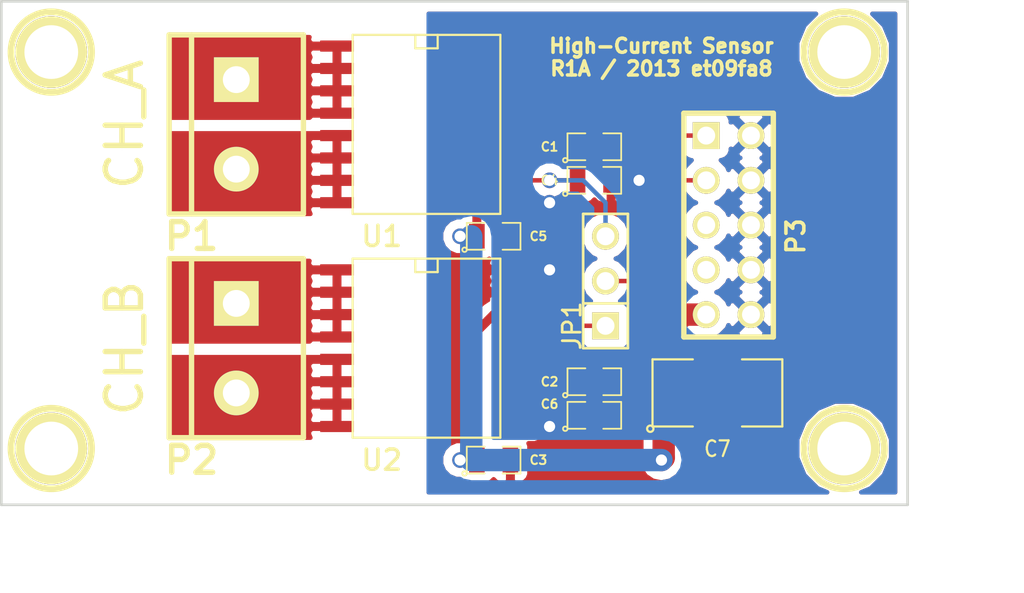
<source format=kicad_pcb>
(kicad_pcb (version 3) (host pcbnew "(2013-mar-13)-testing")

  (general
    (links 46)
    (no_connects 0)
    (area 177.089999 133.563 228.675001 163.683)
    (thickness 1.6)
    (drawings 7)
    (tracks 60)
    (zones 0)
    (modules 17)
    (nets 14)
  )

  (page A3)
  (title_block 
    (title "High-current Sensor")
    (rev R1A)
  )

  (layers
    (15 F.Cu signal)
    (0 B.Cu signal)
    (16 B.Adhes user)
    (17 F.Adhes user)
    (18 B.Paste user)
    (19 F.Paste user)
    (20 B.SilkS user)
    (21 F.SilkS user)
    (22 B.Mask user)
    (23 F.Mask user)
    (24 Dwgs.User user)
    (25 Cmts.User user)
    (26 Eco1.User user)
    (27 Eco2.User user)
    (28 Edge.Cuts user)
  )

  (setup
    (last_trace_width 0.254)
    (user_trace_width 0.508)
    (user_trace_width 1.27)
    (trace_clearance 0.254)
    (zone_clearance 0.508)
    (zone_45_only no)
    (trace_min 0.254)
    (segment_width 0.2)
    (edge_width 0.15)
    (via_size 0.889)
    (via_drill 0.635)
    (via_min_size 0.889)
    (via_min_drill 0.508)
    (uvia_size 0.508)
    (uvia_drill 0.127)
    (uvias_allowed no)
    (uvia_min_size 0.508)
    (uvia_min_drill 0.127)
    (pcb_text_width 0.3)
    (pcb_text_size 1 1)
    (mod_edge_width 0.15)
    (mod_text_size 1 1)
    (mod_text_width 0.15)
    (pad_size 2.54 2.54)
    (pad_drill 1.524)
    (pad_to_mask_clearance 0)
    (aux_axis_origin 0 0)
    (visible_elements FFFFFFBF)
    (pcbplotparams
      (layerselection 3178497)
      (usegerberextensions true)
      (excludeedgelayer true)
      (linewidth 152400)
      (plotframeref false)
      (viasonmask false)
      (mode 1)
      (useauxorigin false)
      (hpglpennumber 1)
      (hpglpenspeed 20)
      (hpglpendiameter 15)
      (hpglpenoverlay 2)
      (psnegative false)
      (psa4output false)
      (plotreference true)
      (plotvalue true)
      (plotothertext true)
      (plotinvisibletext false)
      (padsonsilk false)
      (subtractmaskfromsilk false)
      (outputformat 1)
      (mirror false)
      (drillshape 1)
      (scaleselection 1)
      (outputdirectory ""))
  )

  (net 0 "")
  (net 1 /OUT_A)
  (net 2 /OUT_B)
  (net 3 /REF_A)
  (net 4 /REF_B)
  (net 5 GND)
  (net 6 N-0000014)
  (net 7 N-0000015)
  (net 8 N-0000016)
  (net 9 N-0000017)
  (net 10 N-000002)
  (net 11 N-000006)
  (net 12 N-000009)
  (net 13 VCC)

  (net_class Default "This is the default net class."
    (clearance 0.254)
    (trace_width 0.254)
    (via_dia 0.889)
    (via_drill 0.635)
    (uvia_dia 0.508)
    (uvia_drill 0.127)
    (add_net "")
    (add_net /OUT_A)
    (add_net /OUT_B)
    (add_net /REF_A)
    (add_net /REF_B)
    (add_net GND)
    (add_net N-0000014)
    (add_net N-0000015)
    (add_net N-0000016)
    (add_net N-0000017)
    (add_net N-000002)
    (add_net N-000006)
    (add_net N-000009)
    (add_net VCC)
  )

  (module SO16L (layer F.Cu) (tedit 515B0684) (tstamp 515AFC35)
    (at 201.295 154.305 270)
    (path /515AF7D2)
    (attr smd)
    (fp_text reference U2 (at 6.35 2.54 360) (layer F.SilkS)
      (effects (font (size 1.143 1.143) (thickness 0.2032)))
    )
    (fp_text value ACS710 (at 0.381 -1.905 270) (layer F.SilkS) hide
      (effects (font (size 1.143 1.143) (thickness 0.2032)))
    )
    (fp_line (start 5.08 4.191) (end -5.08 4.191) (layer F.SilkS) (width 0.127))
    (fp_line (start -5.08 4.191) (end -5.08 -4.191) (layer F.SilkS) (width 0.127))
    (fp_line (start -5.08 -4.191) (end 5.08 -4.191) (layer F.SilkS) (width 0.127))
    (fp_line (start 5.08 -4.191) (end 5.08 4.191) (layer F.SilkS) (width 0.127))
    (fp_line (start -5.08 -0.635) (end -4.318 -0.635) (layer F.SilkS) (width 0.127))
    (fp_line (start -4.318 -0.635) (end -4.318 0.635) (layer F.SilkS) (width 0.127))
    (fp_line (start -4.318 0.635) (end -5.08 0.635) (layer F.SilkS) (width 0.127))
    (pad 1 smd rect (at -4.445 5.08 270) (size 0.635 1.905)
      (layers F.Cu F.Paste F.Mask)
      (net 8 N-0000016)
    )
    (pad 2 smd rect (at -3.175 5.08 270) (size 0.635 1.905)
      (layers F.Cu F.Paste F.Mask)
      (net 8 N-0000016)
    )
    (pad 3 smd rect (at -1.905 5.08 270) (size 0.635 1.905)
      (layers F.Cu F.Paste F.Mask)
      (net 8 N-0000016)
    )
    (pad 4 smd rect (at -0.635 5.08 270) (size 0.635 1.905)
      (layers F.Cu F.Paste F.Mask)
      (net 8 N-0000016)
    )
    (pad 5 smd rect (at 0.635 5.08 270) (size 0.635 1.905)
      (layers F.Cu F.Paste F.Mask)
      (net 9 N-0000017)
    )
    (pad 6 smd rect (at 1.905 5.08 270) (size 0.635 1.905)
      (layers F.Cu F.Paste F.Mask)
      (net 9 N-0000017)
    )
    (pad 7 smd rect (at 3.175 5.08 270) (size 0.635 1.905)
      (layers F.Cu F.Paste F.Mask)
      (net 9 N-0000017)
    )
    (pad 8 smd rect (at 4.445 5.08 270) (size 0.635 1.905)
      (layers F.Cu F.Paste F.Mask)
      (net 9 N-0000017)
    )
    (pad 9 smd rect (at 4.445 -5.08 270) (size 0.635 1.905)
      (layers F.Cu F.Paste F.Mask)
      (net 5 GND)
    )
    (pad 10 smd rect (at 3.175 -5.08 270) (size 0.635 1.905)
      (layers F.Cu F.Paste F.Mask)
      (net 4 /REF_B)
    )
    (pad 11 smd rect (at 1.905 -5.08 270) (size 0.635 1.905)
      (layers F.Cu F.Paste F.Mask)
      (net 12 N-000009)
    )
    (pad 12 smd rect (at 0.635 -5.08 270) (size 0.635 1.905)
      (layers F.Cu F.Paste F.Mask)
      (net 2 /OUT_B)
    )
    (pad 13 smd rect (at -0.635 -5.08 270) (size 0.635 1.905)
      (layers F.Cu F.Paste F.Mask)
    )
    (pad 14 smd rect (at -1.905 -5.08 270) (size 0.635 1.905)
      (layers F.Cu F.Paste F.Mask)
      (net 13 VCC)
    )
    (pad 15 smd rect (at -3.175 -5.08 270) (size 0.635 1.905)
      (layers F.Cu F.Paste F.Mask)
      (net 5 GND)
    )
    (pad 16 smd rect (at -4.445 -5.08 270) (size 0.635 1.905)
      (layers F.Cu F.Paste F.Mask)
      (net 5 GND)
    )
    (model smd/cms_so16.wrl
      (at (xyz 0 0 0))
      (scale (xyz 0.5 0.6 0.5))
      (rotate (xyz 0 0 0))
    )
  )

  (module SO16L (layer F.Cu) (tedit 515B068A) (tstamp 515AFC50)
    (at 201.295 141.605 270)
    (path /515AF7DF)
    (attr smd)
    (fp_text reference U1 (at 6.35 2.54 360) (layer F.SilkS)
      (effects (font (size 1.143 1.143) (thickness 0.2032)))
    )
    (fp_text value ACS710 (at 0.381 -1.905 270) (layer F.SilkS) hide
      (effects (font (size 1.143 1.143) (thickness 0.2032)))
    )
    (fp_line (start 5.08 4.191) (end -5.08 4.191) (layer F.SilkS) (width 0.127))
    (fp_line (start -5.08 4.191) (end -5.08 -4.191) (layer F.SilkS) (width 0.127))
    (fp_line (start -5.08 -4.191) (end 5.08 -4.191) (layer F.SilkS) (width 0.127))
    (fp_line (start 5.08 -4.191) (end 5.08 4.191) (layer F.SilkS) (width 0.127))
    (fp_line (start -5.08 -0.635) (end -4.318 -0.635) (layer F.SilkS) (width 0.127))
    (fp_line (start -4.318 -0.635) (end -4.318 0.635) (layer F.SilkS) (width 0.127))
    (fp_line (start -4.318 0.635) (end -5.08 0.635) (layer F.SilkS) (width 0.127))
    (pad 1 smd rect (at -4.445 5.08 270) (size 0.635 1.905)
      (layers F.Cu F.Paste F.Mask)
      (net 7 N-0000015)
    )
    (pad 2 smd rect (at -3.175 5.08 270) (size 0.635 1.905)
      (layers F.Cu F.Paste F.Mask)
      (net 7 N-0000015)
    )
    (pad 3 smd rect (at -1.905 5.08 270) (size 0.635 1.905)
      (layers F.Cu F.Paste F.Mask)
      (net 7 N-0000015)
    )
    (pad 4 smd rect (at -0.635 5.08 270) (size 0.635 1.905)
      (layers F.Cu F.Paste F.Mask)
      (net 7 N-0000015)
    )
    (pad 5 smd rect (at 0.635 5.08 270) (size 0.635 1.905)
      (layers F.Cu F.Paste F.Mask)
      (net 6 N-0000014)
    )
    (pad 6 smd rect (at 1.905 5.08 270) (size 0.635 1.905)
      (layers F.Cu F.Paste F.Mask)
      (net 6 N-0000014)
    )
    (pad 7 smd rect (at 3.175 5.08 270) (size 0.635 1.905)
      (layers F.Cu F.Paste F.Mask)
      (net 6 N-0000014)
    )
    (pad 8 smd rect (at 4.445 5.08 270) (size 0.635 1.905)
      (layers F.Cu F.Paste F.Mask)
      (net 6 N-0000014)
    )
    (pad 9 smd rect (at 4.445 -5.08 270) (size 0.635 1.905)
      (layers F.Cu F.Paste F.Mask)
      (net 5 GND)
    )
    (pad 10 smd rect (at 3.175 -5.08 270) (size 0.635 1.905)
      (layers F.Cu F.Paste F.Mask)
      (net 3 /REF_A)
    )
    (pad 11 smd rect (at 1.905 -5.08 270) (size 0.635 1.905)
      (layers F.Cu F.Paste F.Mask)
      (net 10 N-000002)
    )
    (pad 12 smd rect (at 0.635 -5.08 270) (size 0.635 1.905)
      (layers F.Cu F.Paste F.Mask)
      (net 1 /OUT_A)
    )
    (pad 13 smd rect (at -0.635 -5.08 270) (size 0.635 1.905)
      (layers F.Cu F.Paste F.Mask)
    )
    (pad 14 smd rect (at -1.905 -5.08 270) (size 0.635 1.905)
      (layers F.Cu F.Paste F.Mask)
      (net 13 VCC)
    )
    (pad 15 smd rect (at -3.175 -5.08 270) (size 0.635 1.905)
      (layers F.Cu F.Paste F.Mask)
      (net 5 GND)
    )
    (pad 16 smd rect (at -4.445 -5.08 270) (size 0.635 1.905)
      (layers F.Cu F.Paste F.Mask)
      (net 5 GND)
    )
    (model smd/cms_so16.wrl
      (at (xyz 0 0 0))
      (scale (xyz 0.5 0.6 0.5))
      (rotate (xyz 0 0 0))
    )
  )

  (module SM0805 (layer F.Cu) (tedit 515B06C7) (tstamp 515AFC6F)
    (at 210.82 142.875)
    (path /515AFAFB)
    (attr smd)
    (fp_text reference C1 (at -2.54 0) (layer F.SilkS)
      (effects (font (size 0.50038 0.50038) (thickness 0.10922)))
    )
    (fp_text value Cf (at 0 0.381) (layer F.SilkS) hide
      (effects (font (size 0.50038 0.50038) (thickness 0.10922)))
    )
    (fp_circle (center -1.651 0.762) (end -1.651 0.635) (layer F.SilkS) (width 0.09906))
    (fp_line (start -0.508 0.762) (end -1.524 0.762) (layer F.SilkS) (width 0.09906))
    (fp_line (start -1.524 0.762) (end -1.524 -0.762) (layer F.SilkS) (width 0.09906))
    (fp_line (start -1.524 -0.762) (end -0.508 -0.762) (layer F.SilkS) (width 0.09906))
    (fp_line (start 0.508 -0.762) (end 1.524 -0.762) (layer F.SilkS) (width 0.09906))
    (fp_line (start 1.524 -0.762) (end 1.524 0.762) (layer F.SilkS) (width 0.09906))
    (fp_line (start 1.524 0.762) (end 0.508 0.762) (layer F.SilkS) (width 0.09906))
    (pad 1 smd rect (at -0.9525 0) (size 0.889 1.397)
      (layers F.Cu F.Paste F.Mask)
      (net 10 N-000002)
    )
    (pad 2 smd rect (at 0.9525 0) (size 0.889 1.397)
      (layers F.Cu F.Paste F.Mask)
      (net 5 GND)
    )
    (model smd/chip_cms.wrl
      (at (xyz 0 0 0))
      (scale (xyz 0.1 0.1 0.1))
      (rotate (xyz 0 0 0))
    )
  )

  (module SM0805 (layer F.Cu) (tedit 515B06CA) (tstamp 515AFC7C)
    (at 210.82 144.78)
    (path /515AFB18)
    (attr smd)
    (fp_text reference C4 (at -2.54 0) (layer F.SilkS)
      (effects (font (size 0.50038 0.50038) (thickness 0.10922)))
    )
    (fp_text value 1n (at 0 0.381) (layer F.SilkS) hide
      (effects (font (size 0.50038 0.50038) (thickness 0.10922)))
    )
    (fp_circle (center -1.651 0.762) (end -1.651 0.635) (layer F.SilkS) (width 0.09906))
    (fp_line (start -0.508 0.762) (end -1.524 0.762) (layer F.SilkS) (width 0.09906))
    (fp_line (start -1.524 0.762) (end -1.524 -0.762) (layer F.SilkS) (width 0.09906))
    (fp_line (start -1.524 -0.762) (end -0.508 -0.762) (layer F.SilkS) (width 0.09906))
    (fp_line (start 0.508 -0.762) (end 1.524 -0.762) (layer F.SilkS) (width 0.09906))
    (fp_line (start 1.524 -0.762) (end 1.524 0.762) (layer F.SilkS) (width 0.09906))
    (fp_line (start 1.524 0.762) (end 0.508 0.762) (layer F.SilkS) (width 0.09906))
    (pad 1 smd rect (at -0.9525 0) (size 0.889 1.397)
      (layers F.Cu F.Paste F.Mask)
      (net 3 /REF_A)
    )
    (pad 2 smd rect (at 0.9525 0) (size 0.889 1.397)
      (layers F.Cu F.Paste F.Mask)
      (net 5 GND)
    )
    (model smd/chip_cms.wrl
      (at (xyz 0 0 0))
      (scale (xyz 0.1 0.1 0.1))
      (rotate (xyz 0 0 0))
    )
  )

  (module SM0805 (layer F.Cu) (tedit 515B06CF) (tstamp 515AFC89)
    (at 210.82 156.21)
    (path /515AFC7B)
    (attr smd)
    (fp_text reference C2 (at -2.54 0) (layer F.SilkS)
      (effects (font (size 0.50038 0.50038) (thickness 0.10922)))
    )
    (fp_text value Cf (at 0 0.381) (layer F.SilkS) hide
      (effects (font (size 0.50038 0.50038) (thickness 0.10922)))
    )
    (fp_circle (center -1.651 0.762) (end -1.651 0.635) (layer F.SilkS) (width 0.09906))
    (fp_line (start -0.508 0.762) (end -1.524 0.762) (layer F.SilkS) (width 0.09906))
    (fp_line (start -1.524 0.762) (end -1.524 -0.762) (layer F.SilkS) (width 0.09906))
    (fp_line (start -1.524 -0.762) (end -0.508 -0.762) (layer F.SilkS) (width 0.09906))
    (fp_line (start 0.508 -0.762) (end 1.524 -0.762) (layer F.SilkS) (width 0.09906))
    (fp_line (start 1.524 -0.762) (end 1.524 0.762) (layer F.SilkS) (width 0.09906))
    (fp_line (start 1.524 0.762) (end 0.508 0.762) (layer F.SilkS) (width 0.09906))
    (pad 1 smd rect (at -0.9525 0) (size 0.889 1.397)
      (layers F.Cu F.Paste F.Mask)
      (net 12 N-000009)
    )
    (pad 2 smd rect (at 0.9525 0) (size 0.889 1.397)
      (layers F.Cu F.Paste F.Mask)
      (net 5 GND)
    )
    (model smd/chip_cms.wrl
      (at (xyz 0 0 0))
      (scale (xyz 0.1 0.1 0.1))
      (rotate (xyz 0 0 0))
    )
  )

  (module SM0805 (layer F.Cu) (tedit 515B0888) (tstamp 515AFC96)
    (at 210.82 158.115)
    (path /515AFC81)
    (attr smd)
    (fp_text reference C6 (at -2.54 -0.635) (layer F.SilkS)
      (effects (font (size 0.50038 0.50038) (thickness 0.10922)))
    )
    (fp_text value 1n (at 0 0.381) (layer F.SilkS) hide
      (effects (font (size 0.50038 0.50038) (thickness 0.10922)))
    )
    (fp_circle (center -1.651 0.762) (end -1.651 0.635) (layer F.SilkS) (width 0.09906))
    (fp_line (start -0.508 0.762) (end -1.524 0.762) (layer F.SilkS) (width 0.09906))
    (fp_line (start -1.524 0.762) (end -1.524 -0.762) (layer F.SilkS) (width 0.09906))
    (fp_line (start -1.524 -0.762) (end -0.508 -0.762) (layer F.SilkS) (width 0.09906))
    (fp_line (start 0.508 -0.762) (end 1.524 -0.762) (layer F.SilkS) (width 0.09906))
    (fp_line (start 1.524 -0.762) (end 1.524 0.762) (layer F.SilkS) (width 0.09906))
    (fp_line (start 1.524 0.762) (end 0.508 0.762) (layer F.SilkS) (width 0.09906))
    (pad 1 smd rect (at -0.9525 0) (size 0.889 1.397)
      (layers F.Cu F.Paste F.Mask)
      (net 4 /REF_B)
    )
    (pad 2 smd rect (at 0.9525 0) (size 0.889 1.397)
      (layers F.Cu F.Paste F.Mask)
      (net 5 GND)
    )
    (model smd/chip_cms.wrl
      (at (xyz 0 0 0))
      (scale (xyz 0.1 0.1 0.1))
      (rotate (xyz 0 0 0))
    )
  )

  (module SM0805 (layer F.Cu) (tedit 515B0764) (tstamp 515AFCA3)
    (at 205.105 160.655)
    (path /515AFEE1)
    (attr smd)
    (fp_text reference C3 (at 2.54 0) (layer F.SilkS)
      (effects (font (size 0.50038 0.50038) (thickness 0.10922)))
    )
    (fp_text value 100n (at 0 0.381) (layer F.SilkS) hide
      (effects (font (size 0.50038 0.50038) (thickness 0.10922)))
    )
    (fp_circle (center -1.651 0.762) (end -1.651 0.635) (layer F.SilkS) (width 0.09906))
    (fp_line (start -0.508 0.762) (end -1.524 0.762) (layer F.SilkS) (width 0.09906))
    (fp_line (start -1.524 0.762) (end -1.524 -0.762) (layer F.SilkS) (width 0.09906))
    (fp_line (start -1.524 -0.762) (end -0.508 -0.762) (layer F.SilkS) (width 0.09906))
    (fp_line (start 0.508 -0.762) (end 1.524 -0.762) (layer F.SilkS) (width 0.09906))
    (fp_line (start 1.524 -0.762) (end 1.524 0.762) (layer F.SilkS) (width 0.09906))
    (fp_line (start 1.524 0.762) (end 0.508 0.762) (layer F.SilkS) (width 0.09906))
    (pad 1 smd rect (at -0.9525 0) (size 0.889 1.397)
      (layers F.Cu F.Paste F.Mask)
      (net 13 VCC)
    )
    (pad 2 smd rect (at 0.9525 0) (size 0.889 1.397)
      (layers F.Cu F.Paste F.Mask)
      (net 5 GND)
    )
    (model smd/chip_cms.wrl
      (at (xyz 0 0 0))
      (scale (xyz 0.1 0.1 0.1))
      (rotate (xyz 0 0 0))
    )
  )

  (module SM0805 (layer F.Cu) (tedit 515B0767) (tstamp 515AFCB0)
    (at 205.105 147.955)
    (path /515AFEF0)
    (attr smd)
    (fp_text reference C5 (at 2.54 0) (layer F.SilkS)
      (effects (font (size 0.50038 0.50038) (thickness 0.10922)))
    )
    (fp_text value 100n (at 0 0.381) (layer F.SilkS) hide
      (effects (font (size 0.50038 0.50038) (thickness 0.10922)))
    )
    (fp_circle (center -1.651 0.762) (end -1.651 0.635) (layer F.SilkS) (width 0.09906))
    (fp_line (start -0.508 0.762) (end -1.524 0.762) (layer F.SilkS) (width 0.09906))
    (fp_line (start -1.524 0.762) (end -1.524 -0.762) (layer F.SilkS) (width 0.09906))
    (fp_line (start -1.524 -0.762) (end -0.508 -0.762) (layer F.SilkS) (width 0.09906))
    (fp_line (start 0.508 -0.762) (end 1.524 -0.762) (layer F.SilkS) (width 0.09906))
    (fp_line (start 1.524 -0.762) (end 1.524 0.762) (layer F.SilkS) (width 0.09906))
    (fp_line (start 1.524 0.762) (end 0.508 0.762) (layer F.SilkS) (width 0.09906))
    (pad 1 smd rect (at -0.9525 0) (size 0.889 1.397)
      (layers F.Cu F.Paste F.Mask)
      (net 13 VCC)
    )
    (pad 2 smd rect (at 0.9525 0) (size 0.889 1.397)
      (layers F.Cu F.Paste F.Mask)
      (net 5 GND)
    )
    (model smd/chip_cms.wrl
      (at (xyz 0 0 0))
      (scale (xyz 0.1 0.1 0.1))
      (rotate (xyz 0 0 0))
    )
  )

  (module PIN_ARRAY_5x2 (layer F.Cu) (tedit 3FCF2109) (tstamp 515AFCC2)
    (at 218.44 147.32 270)
    (descr "Double rangee de contacts 2 x 5 pins")
    (tags CONN)
    (path /515AF97B)
    (fp_text reference P3 (at 0.635 -3.81 270) (layer F.SilkS)
      (effects (font (size 1.016 1.016) (thickness 0.2032)))
    )
    (fp_text value RADAQ (at 0 -3.81 270) (layer F.SilkS) hide
      (effects (font (size 1.016 1.016) (thickness 0.2032)))
    )
    (fp_line (start -6.35 -2.54) (end 6.35 -2.54) (layer F.SilkS) (width 0.3048))
    (fp_line (start 6.35 -2.54) (end 6.35 2.54) (layer F.SilkS) (width 0.3048))
    (fp_line (start 6.35 2.54) (end -6.35 2.54) (layer F.SilkS) (width 0.3048))
    (fp_line (start -6.35 2.54) (end -6.35 -2.54) (layer F.SilkS) (width 0.3048))
    (pad 1 thru_hole rect (at -5.08 1.27 270) (size 1.524 1.524) (drill 1.016)
      (layers *.Cu *.Mask F.SilkS)
      (net 1 /OUT_A)
    )
    (pad 2 thru_hole circle (at -5.08 -1.27 270) (size 1.524 1.524) (drill 1.016)
      (layers *.Cu *.Mask F.SilkS)
      (net 5 GND)
    )
    (pad 3 thru_hole circle (at -2.54 1.27 270) (size 1.524 1.524) (drill 1.016)
      (layers *.Cu *.Mask F.SilkS)
      (net 11 N-000006)
    )
    (pad 4 thru_hole circle (at -2.54 -1.27 270) (size 1.524 1.524) (drill 1.016)
      (layers *.Cu *.Mask F.SilkS)
      (net 5 GND)
    )
    (pad 5 thru_hole circle (at 0 1.27 270) (size 1.524 1.524) (drill 1.016)
      (layers *.Cu *.Mask F.SilkS)
    )
    (pad 6 thru_hole circle (at 0 -1.27 270) (size 1.524 1.524) (drill 1.016)
      (layers *.Cu *.Mask F.SilkS)
      (net 5 GND)
    )
    (pad 7 thru_hole circle (at 2.54 1.27 270) (size 1.524 1.524) (drill 1.016)
      (layers *.Cu *.Mask F.SilkS)
    )
    (pad 8 thru_hole circle (at 2.54 -1.27 270) (size 1.524 1.524) (drill 1.016)
      (layers *.Cu *.Mask F.SilkS)
      (net 5 GND)
    )
    (pad 9 thru_hole circle (at 5.08 1.27 270) (size 1.524 1.524) (drill 1.016)
      (layers *.Cu *.Mask F.SilkS)
      (net 13 VCC)
    )
    (pad 10 thru_hole circle (at 5.08 -1.27 270) (size 1.524 1.524) (drill 1.016)
      (layers *.Cu *.Mask F.SilkS)
      (net 5 GND)
    )
    (model pin_array/pins_array_5x2.wrl
      (at (xyz 0 0 0))
      (scale (xyz 1 1 1))
      (rotate (xyz 0 0 0))
    )
  )

  (module PIN_ARRAY_3X1 (layer F.Cu) (tedit 515B0883) (tstamp 515AFCCE)
    (at 211.455 150.495 90)
    (descr "Connecteur 3 pins")
    (tags "CONN DEV")
    (path /515AFBFF)
    (fp_text reference JP1 (at -2.54 -1.905 90) (layer F.SilkS)
      (effects (font (size 1.016 1.016) (thickness 0.1524)))
    )
    (fp_text value JUMPER3 (at 0 -2.159 90) (layer F.SilkS) hide
      (effects (font (size 1.016 1.016) (thickness 0.1524)))
    )
    (fp_line (start -3.81 1.27) (end -3.81 -1.27) (layer F.SilkS) (width 0.1524))
    (fp_line (start -3.81 -1.27) (end 3.81 -1.27) (layer F.SilkS) (width 0.1524))
    (fp_line (start 3.81 -1.27) (end 3.81 1.27) (layer F.SilkS) (width 0.1524))
    (fp_line (start 3.81 1.27) (end -3.81 1.27) (layer F.SilkS) (width 0.1524))
    (fp_line (start -1.27 -1.27) (end -1.27 1.27) (layer F.SilkS) (width 0.1524))
    (pad 1 thru_hole rect (at -2.54 0 90) (size 1.524 1.524) (drill 1.016)
      (layers *.Cu *.Mask F.SilkS)
      (net 2 /OUT_B)
    )
    (pad 2 thru_hole circle (at 0 0 90) (size 1.524 1.524) (drill 1.016)
      (layers *.Cu *.Mask F.SilkS)
      (net 11 N-000006)
    )
    (pad 3 thru_hole circle (at 2.54 0 90) (size 1.524 1.524) (drill 1.016)
      (layers *.Cu *.Mask F.SilkS)
      (net 3 /REF_A)
    )
    (model pin_array/pins_array_3x1.wrl
      (at (xyz 0 0 0))
      (scale (xyz 1 1 1))
      (rotate (xyz 0 0 0))
    )
  )

  (module bornier2 (layer F.Cu) (tedit 515B064B) (tstamp 515AFCD9)
    (at 190.5 141.605 270)
    (descr "Bornier d'alimentation 2 pins")
    (tags DEV)
    (path /515AF8A6)
    (fp_text reference P1 (at 6.35 2.54 360) (layer F.SilkS)
      (effects (font (thickness 0.3048)))
    )
    (fp_text value CH_A (at 0 6.35 270) (layer F.SilkS)
      (effects (font (size 2 2) (thickness 0.3048)))
    )
    (fp_line (start 5.08 2.54) (end -5.08 2.54) (layer F.SilkS) (width 0.3048))
    (fp_line (start 5.08 3.81) (end 5.08 -3.81) (layer F.SilkS) (width 0.3048))
    (fp_line (start 5.08 -3.81) (end -5.08 -3.81) (layer F.SilkS) (width 0.3048))
    (fp_line (start -5.08 -3.81) (end -5.08 3.81) (layer F.SilkS) (width 0.3048))
    (fp_line (start -5.08 3.81) (end 5.08 3.81) (layer F.SilkS) (width 0.3048))
    (pad 1 thru_hole rect (at -2.54 0 270) (size 2.54 2.54) (drill 1.524)
      (layers *.Cu *.Mask F.SilkS)
      (net 7 N-0000015)
      (zone_connect 2)
    )
    (pad 2 thru_hole circle (at 2.54 0 270) (size 2.54 2.54) (drill 1.524)
      (layers *.Cu *.Mask F.SilkS)
      (net 6 N-0000014)
      (zone_connect 2)
    )
    (model device/bornier_2.wrl
      (at (xyz 0 0 0))
      (scale (xyz 1 1 1))
      (rotate (xyz 0 0 0))
    )
  )

  (module bornier2 (layer F.Cu) (tedit 515B064D) (tstamp 515AFCE4)
    (at 190.5 154.305 270)
    (descr "Bornier d'alimentation 2 pins")
    (tags DEV)
    (path /515AF8B5)
    (fp_text reference P2 (at 6.35 2.54 360) (layer F.SilkS)
      (effects (font (thickness 0.3048)))
    )
    (fp_text value CH_B (at 0 6.35 270) (layer F.SilkS)
      (effects (font (size 2 2) (thickness 0.3048)))
    )
    (fp_line (start 5.08 2.54) (end -5.08 2.54) (layer F.SilkS) (width 0.3048))
    (fp_line (start 5.08 3.81) (end 5.08 -3.81) (layer F.SilkS) (width 0.3048))
    (fp_line (start 5.08 -3.81) (end -5.08 -3.81) (layer F.SilkS) (width 0.3048))
    (fp_line (start -5.08 -3.81) (end -5.08 3.81) (layer F.SilkS) (width 0.3048))
    (fp_line (start -5.08 3.81) (end 5.08 3.81) (layer F.SilkS) (width 0.3048))
    (pad 1 thru_hole rect (at -2.54 0 270) (size 2.54 2.54) (drill 1.524)
      (layers *.Cu *.Mask F.SilkS)
      (net 8 N-0000016)
      (zone_connect 2)
    )
    (pad 2 thru_hole circle (at 2.54 0 270) (size 2.54 2.54) (drill 1.524)
      (layers *.Cu *.Mask F.SilkS)
      (net 9 N-0000017)
      (zone_connect 2)
    )
    (model device/bornier_2.wrl
      (at (xyz 0 0 0))
      (scale (xyz 1 1 1))
      (rotate (xyz 0 0 0))
    )
  )

  (module 1pin (layer F.Cu) (tedit 515B0863) (tstamp 515B0332)
    (at 180 160)
    (descr "module 1 pin (ou trou mecanique de percage)")
    (tags DEV)
    (path 1pin)
    (fp_text reference 1PIN (at 0 -3.048) (layer F.SilkS) hide
      (effects (font (size 1.016 1.016) (thickness 0.254)))
    )
    (fp_text value P*** (at 0 2.794) (layer F.SilkS) hide
      (effects (font (size 1.016 1.016) (thickness 0.254)))
    )
    (fp_circle (center 0 0) (end 0 -2.286) (layer F.SilkS) (width 0.381))
    (pad 1 thru_hole circle (at 0 0) (size 4.064 4.064) (drill 3.048)
      (layers *.Cu *.Mask F.SilkS)
    )
  )

  (module 1pin (layer F.Cu) (tedit 515B0870) (tstamp 515B0347)
    (at 180 137.5)
    (descr "module 1 pin (ou trou mecanique de percage)")
    (tags DEV)
    (path 1pin)
    (fp_text reference 1PIN (at 0 -3.048) (layer F.SilkS) hide
      (effects (font (size 1.016 1.016) (thickness 0.254)))
    )
    (fp_text value P*** (at 0 2.794) (layer F.SilkS) hide
      (effects (font (size 1.016 1.016) (thickness 0.254)))
    )
    (fp_circle (center 0 0) (end 0 -2.286) (layer F.SilkS) (width 0.381))
    (pad 1 thru_hole circle (at 0 0) (size 4.064 4.064) (drill 3.048)
      (layers *.Cu *.Mask F.SilkS)
    )
  )

  (module 1pin (layer F.Cu) (tedit 515B086C) (tstamp 515B03C4)
    (at 225 137.5)
    (descr "module 1 pin (ou trou mecanique de percage)")
    (tags DEV)
    (path 1pin)
    (fp_text reference 1PIN (at 0 -3.048) (layer F.SilkS) hide
      (effects (font (size 1.016 1.016) (thickness 0.254)))
    )
    (fp_text value P*** (at 0 2.794) (layer F.SilkS) hide
      (effects (font (size 1.016 1.016) (thickness 0.254)))
    )
    (fp_circle (center 0 0) (end 0 -2.286) (layer F.SilkS) (width 0.381))
    (pad 1 thru_hole circle (at 0 0) (size 4.064 4.064) (drill 3.048)
      (layers *.Cu *.Mask F.SilkS)
    )
  )

  (module 1pin (layer F.Cu) (tedit 515B0868) (tstamp 515B03CF)
    (at 225 160)
    (descr "module 1 pin (ou trou mecanique de percage)")
    (tags DEV)
    (path 1pin)
    (fp_text reference 1PIN (at 0 -3.048) (layer F.SilkS) hide
      (effects (font (size 1.016 1.016) (thickness 0.254)))
    )
    (fp_text value P*** (at 0 2.794) (layer F.SilkS) hide
      (effects (font (size 1.016 1.016) (thickness 0.254)))
    )
    (fp_circle (center 0 0) (end 0 -2.286) (layer F.SilkS) (width 0.381))
    (pad 1 thru_hole circle (at 0 0) (size 4.064 4.064) (drill 3.048)
      (layers *.Cu *.Mask F.SilkS)
    )
  )

  (module SM1812L (layer F.Cu) (tedit 515B06D8) (tstamp 515AFC62)
    (at 217.805 156.845)
    (tags "CMS SM")
    (path /515AFDA6)
    (attr smd)
    (fp_text reference C7 (at 0 3.175 180) (layer F.SilkS)
      (effects (font (size 0.889 0.762) (thickness 0.127)))
    )
    (fp_text value massor (at 0.635 0 90) (layer F.SilkS) hide
      (effects (font (size 0.889 0.762) (thickness 0.127)))
    )
    (fp_circle (center -3.81 2.032) (end -3.683 1.905) (layer F.SilkS) (width 0.127))
    (fp_line (start 1.397 1.905) (end 3.683 1.905) (layer F.SilkS) (width 0.127))
    (fp_line (start 3.683 1.905) (end 3.683 -1.905) (layer F.SilkS) (width 0.127))
    (fp_line (start 3.683 -1.905) (end 1.397 -1.905) (layer F.SilkS) (width 0.127))
    (fp_line (start -1.397 -1.905) (end -3.683 -1.905) (layer F.SilkS) (width 0.127))
    (fp_line (start -3.683 -1.905) (end -3.683 1.905) (layer F.SilkS) (width 0.127))
    (fp_line (start -3.683 1.905) (end -1.397 1.905) (layer F.SilkS) (width 0.127))
    (pad 1 smd rect (at -2.54 0) (size 2.032 3.556)
      (layers F.Cu F.Paste F.Mask)
      (net 13 VCC)
    )
    (pad 2 smd rect (at 2.54 0) (size 2.032 3.556)
      (layers F.Cu F.Paste F.Mask)
      (net 5 GND)
    )
    (model smd/chip_cms.wrl
      (at (xyz 0 0 0))
      (scale (xyz 0.27 0.3 0.3))
      (rotate (xyz 0 0 0))
    )
  )

  (dimension 22.5 (width 0.25) (layer Cmts.User)
    (gr_text "22.500 mm" (at 233.5 148.75 90) (layer Cmts.User)
      (effects (font (size 1 1) (thickness 0.25)))
    )
    (feature1 (pts (xy 225 137.5) (xy 234.5 137.5)))
    (feature2 (pts (xy 225 160) (xy 234.5 160)))
    (crossbar (pts (xy 232.5 160) (xy 232.5 137.5)))
    (arrow1a (pts (xy 232.5 137.5) (xy 233.08642 138.626503)))
    (arrow1b (pts (xy 232.5 137.5) (xy 231.91358 138.626503)))
    (arrow2a (pts (xy 232.5 160) (xy 233.08642 158.873497)))
    (arrow2b (pts (xy 232.5 160) (xy 231.91358 158.873497)))
  )
  (dimension 45 (width 0.25) (layer Cmts.User)
    (gr_text "45.000 mm" (at 202.5 168.499999) (layer Cmts.User)
      (effects (font (size 1 1) (thickness 0.25)))
    )
    (feature1 (pts (xy 225 160) (xy 225 169.499999)))
    (feature2 (pts (xy 180 160) (xy 180 169.499999)))
    (crossbar (pts (xy 180 167.499999) (xy 225 167.499999)))
    (arrow1a (pts (xy 225 167.499999) (xy 223.873497 168.086419)))
    (arrow1b (pts (xy 225 167.499999) (xy 223.873497 166.913579)))
    (arrow2a (pts (xy 180 167.499999) (xy 181.126503 168.086419)))
    (arrow2b (pts (xy 180 167.499999) (xy 181.126503 166.913579)))
  )
  (gr_text "High-Current Sensor\nR1A / 2013 et09fa8" (at 214.63 137.795) (layer F.SilkS)
    (effects (font (size 0.8 0.8) (thickness 0.2)))
  )
  (gr_line (start 228.6 163.195) (end 228.6 134.62) (angle 90) (layer Edge.Cuts) (width 0.15))
  (gr_line (start 177.165 163.195) (end 177.165 134.62) (angle 90) (layer Edge.Cuts) (width 0.15))
  (gr_line (start 228.6 134.62) (end 177.165 134.62) (angle 90) (layer Edge.Cuts) (width 0.15))
  (gr_line (start 177.165 163.195) (end 228.6 163.195) (angle 90) (layer Edge.Cuts) (width 0.15))

  (segment (start 206.375 142.24) (end 208.28 142.24) (width 0.254) (layer F.Cu) (net 1))
  (segment (start 214.63 142.24) (end 217.17 142.24) (width 0.254) (layer F.Cu) (net 1) (tstamp 515B0259))
  (segment (start 213.36 140.97) (end 214.63 142.24) (width 0.254) (layer F.Cu) (net 1) (tstamp 515B0255))
  (segment (start 209.55 140.97) (end 213.36 140.97) (width 0.254) (layer F.Cu) (net 1) (tstamp 515B0252))
  (segment (start 208.28 142.24) (end 209.55 140.97) (width 0.254) (layer F.Cu) (net 1) (tstamp 515B024B))
  (segment (start 206.375 154.94) (end 207.645 154.94) (width 0.254) (layer F.Cu) (net 2))
  (segment (start 209.55 153.035) (end 211.455 153.035) (width 0.254) (layer F.Cu) (net 2) (tstamp 515B021C))
  (segment (start 207.645 154.94) (end 209.55 153.035) (width 0.254) (layer F.Cu) (net 2) (tstamp 515B0218))
  (segment (start 211.455 147.955) (end 211.455 146.05) (width 0.254) (layer B.Cu) (net 3) (status 400000))
  (segment (start 208.28 144.78) (end 209.8675 144.78) (width 0.254) (layer F.Cu) (net 3) (tstamp 515B0A01) (status 800000))
  (via (at 208.28 144.78) (size 0.889) (layers F.Cu B.Cu) (net 3))
  (segment (start 210.185 144.78) (end 208.28 144.78) (width 0.254) (layer B.Cu) (net 3) (tstamp 515B09FD))
  (segment (start 211.455 146.05) (end 210.185 144.78) (width 0.254) (layer B.Cu) (net 3) (tstamp 515B09FB))
  (segment (start 206.375 144.78) (end 209.8675 144.78) (width 0.254) (layer F.Cu) (net 3))
  (segment (start 206.375 157.48) (end 208.28 157.48) (width 0.254) (layer F.Cu) (net 4))
  (segment (start 208.915 158.115) (end 209.8675 158.115) (width 0.254) (layer F.Cu) (net 4) (tstamp 515B0229))
  (segment (start 208.28 157.48) (end 208.915 158.115) (width 0.254) (layer F.Cu) (net 4) (tstamp 515B0228))
  (segment (start 211.7725 144.78) (end 213.36 144.78) (width 0.254) (layer F.Cu) (net 5) (status 400000))
  (segment (start 213.36 144.78) (end 213.36 144.145) (width 0.254) (layer B.Cu) (net 5) (tstamp 515B08A1))
  (via (at 213.36 144.78) (size 0.889) (layers F.Cu B.Cu) (net 5))
  (segment (start 206.375 158.75) (end 208.28 158.75) (width 0.254) (layer F.Cu) (net 5))
  (segment (start 208.28 158.75) (end 208.28 159.385) (width 0.254) (layer B.Cu) (net 5) (tstamp 515B07C5))
  (via (at 208.28 158.75) (size 0.889) (layers F.Cu B.Cu) (net 5))
  (segment (start 206.375 149.86) (end 208.28 149.86) (width 0.254) (layer F.Cu) (net 5))
  (segment (start 208.28 149.86) (end 208.28 150.495) (width 0.254) (layer B.Cu) (net 5) (tstamp 515B07A2))
  (via (at 208.28 149.86) (size 0.889) (layers F.Cu B.Cu) (net 5))
  (segment (start 206.375 146.05) (end 208.28 146.05) (width 0.254) (layer F.Cu) (net 5))
  (segment (start 208.28 146.05) (end 208.28 146.685) (width 0.254) (layer B.Cu) (net 5) (tstamp 515B0799))
  (via (at 208.28 146.05) (size 0.889) (layers F.Cu B.Cu) (net 5))
  (segment (start 206.375 143.51) (end 208.28 143.51) (width 0.254) (layer F.Cu) (net 10))
  (segment (start 208.915 142.875) (end 209.8675 142.875) (width 0.254) (layer F.Cu) (net 10) (tstamp 515B0242))
  (segment (start 208.28 143.51) (end 208.915 142.875) (width 0.254) (layer F.Cu) (net 10) (tstamp 515B0241))
  (segment (start 211.455 150.495) (end 212.725 150.495) (width 0.254) (layer F.Cu) (net 11))
  (segment (start 215.265 144.78) (end 217.17 144.78) (width 0.254) (layer F.Cu) (net 11) (tstamp 515B0264))
  (segment (start 213.995 146.05) (end 215.265 144.78) (width 0.254) (layer F.Cu) (net 11) (tstamp 515B0262))
  (segment (start 213.995 149.225) (end 213.995 146.05) (width 0.254) (layer F.Cu) (net 11) (tstamp 515B0260))
  (segment (start 212.725 150.495) (end 213.995 149.225) (width 0.254) (layer F.Cu) (net 11) (tstamp 515B025D))
  (segment (start 206.375 156.21) (end 209.8675 156.21) (width 0.254) (layer F.Cu) (net 12))
  (segment (start 217.17 152.4) (end 215.9 152.4) (width 1.27) (layer F.Cu) (net 13))
  (segment (start 214.757 160.528) (end 214.757 157.48) (width 1.27) (layer F.Cu) (net 13) (tstamp 515B0531))
  (segment (start 214.63 160.655) (end 214.757 160.528) (width 1.27) (layer F.Cu) (net 13) (tstamp 515B0530))
  (via (at 214.63 160.655) (size 0.889) (layers F.Cu B.Cu) (net 13))
  (segment (start 214.757 157.48) (end 214.757 154.813) (width 1.27) (layer F.Cu) (net 13))
  (segment (start 214.63 160.655) (end 203.835 160.655) (width 1.27) (layer B.Cu) (net 13))
  (segment (start 214.757 153.543) (end 214.757 154.813) (width 1.27) (layer F.Cu) (net 13) (tstamp 515B0604))
  (segment (start 215.9 152.4) (end 214.757 153.543) (width 1.27) (layer F.Cu) (net 13) (tstamp 515B0600))
  (segment (start 203.835 151.765) (end 203.835 160.655) (width 1.27) (layer B.Cu) (net 13))
  (segment (start 203.2 160.655) (end 204.1525 160.655) (width 0.508) (layer F.Cu) (net 13) (tstamp 515B04EF))
  (via (at 203.2 160.655) (size 0.889) (layers F.Cu B.Cu) (net 13))
  (segment (start 203.835 160.655) (end 203.2 160.655) (width 0.508) (layer B.Cu) (net 13) (tstamp 515B04DD))
  (segment (start 203.2 147.955) (end 204.1525 147.955) (width 0.508) (layer F.Cu) (net 13) (tstamp 515B04CE))
  (via (at 203.2 147.955) (size 0.889) (layers F.Cu B.Cu) (net 13))
  (segment (start 203.835 147.955) (end 203.2 147.955) (width 0.508) (layer B.Cu) (net 13) (tstamp 515B04C3))
  (segment (start 203.835 151.765) (end 203.835 147.955) (width 1.27) (layer B.Cu) (net 13) (tstamp 515B04AD))
  (segment (start 206.375 152.4) (end 205.105 152.4) (width 0.508) (layer F.Cu) (net 13))
  (segment (start 205.105 152.4) (end 204.1525 153.3525) (width 0.508) (layer F.Cu) (net 13) (tstamp 515B02B1))
  (segment (start 204.1525 153.3525) (end 204.1525 160.655) (width 0.508) (layer F.Cu) (net 13) (tstamp 515B02B3))
  (segment (start 206.375 139.7) (end 205.105 139.7) (width 0.508) (layer F.Cu) (net 13))
  (segment (start 205.105 139.7) (end 204.1525 140.6525) (width 0.508) (layer F.Cu) (net 13) (tstamp 515B02A8))
  (segment (start 204.1525 140.6525) (end 204.1525 147.955) (width 0.508) (layer F.Cu) (net 13) (tstamp 515B02AC))

  (zone (net 5) (net_name GND) (layer F.Cu) (tstamp 515AFF01) (hatch edge 0.508)
    (connect_pads (clearance 0.508))
    (min_thickness 0.254)
    (fill (arc_segments 16) (thermal_gap 0.508) (thermal_bridge_width 0.508))
    (polygon
      (pts
        (xy 201.295 163.195) (xy 228.6 163.195) (xy 228.6 134.62) (xy 201.295 134.62)
      )
    )
    (filled_polygon
      (pts
        (xy 227.89 162.485) (xy 225.969761 162.485) (xy 226.50876 162.26229) (xy 227.259654 161.512706) (xy 227.666535 160.532826)
        (xy 227.667461 159.471828) (xy 227.26229 158.49124) (xy 226.512706 157.740346) (xy 225.532826 157.333465) (xy 224.471828 157.332539)
        (xy 223.49124 157.73771) (xy 222.740346 158.487294) (xy 222.333465 159.467174) (xy 222.332539 160.528172) (xy 222.73771 161.50876)
        (xy 223.487294 162.259654) (xy 224.029988 162.485) (xy 221.99611 162.485) (xy 221.99611 158.497245) (xy 221.99611 155.192755)
        (xy 221.995889 154.940136) (xy 221.899013 154.706832) (xy 221.720229 154.528359) (xy 221.486755 154.43189) (xy 221.119143 154.431937)
        (xy 221.119143 152.607696) (xy 221.119143 150.067696) (xy 221.119143 147.527696) (xy 221.119143 144.987696) (xy 221.119143 142.447696)
        (xy 221.09136 141.892631) (xy 220.932396 141.508858) (xy 220.690212 141.439393) (xy 220.510607 141.618998) (xy 220.510607 141.259788)
        (xy 220.441142 141.017604) (xy 219.917696 140.830857) (xy 219.362631 140.85864) (xy 218.978858 141.017604) (xy 218.909393 141.259788)
        (xy 219.71 142.060395) (xy 220.510607 141.259788) (xy 220.510607 141.618998) (xy 219.889605 142.24) (xy 220.690212 143.040607)
        (xy 220.932396 142.971142) (xy 221.119143 142.447696) (xy 221.119143 144.987696) (xy 221.09136 144.432631) (xy 220.932396 144.048858)
        (xy 220.690212 143.979393) (xy 220.510607 144.158998) (xy 220.510607 143.799788) (xy 220.441142 143.557604) (xy 220.317652 143.513547)
        (xy 220.441142 143.462396) (xy 220.510607 143.220212) (xy 219.71 142.419605) (xy 218.909393 143.220212) (xy 218.978858 143.462396)
        (xy 219.102347 143.506452) (xy 218.978858 143.557604) (xy 218.909393 143.799788) (xy 219.71 144.600395) (xy 220.510607 143.799788)
        (xy 220.510607 144.158998) (xy 219.889605 144.78) (xy 220.690212 145.580607) (xy 220.932396 145.511142) (xy 221.119143 144.987696)
        (xy 221.119143 147.527696) (xy 221.09136 146.972631) (xy 220.932396 146.588858) (xy 220.690212 146.519393) (xy 220.510607 146.698998)
        (xy 220.510607 146.339788) (xy 220.441142 146.097604) (xy 220.317652 146.053547) (xy 220.441142 146.002396) (xy 220.510607 145.760212)
        (xy 219.71 144.959605) (xy 218.909393 145.760212) (xy 218.978858 146.002396) (xy 219.102347 146.046452) (xy 218.978858 146.097604)
        (xy 218.909393 146.339788) (xy 219.71 147.140395) (xy 220.510607 146.339788) (xy 220.510607 146.698998) (xy 219.889605 147.32)
        (xy 220.690212 148.120607) (xy 220.932396 148.051142) (xy 221.119143 147.527696) (xy 221.119143 150.067696) (xy 221.09136 149.512631)
        (xy 220.932396 149.128858) (xy 220.690212 149.059393) (xy 220.510607 149.238998) (xy 220.510607 148.879788) (xy 220.441142 148.637604)
        (xy 220.317652 148.593547) (xy 220.441142 148.542396) (xy 220.510607 148.300212) (xy 219.71 147.499605) (xy 218.909393 148.300212)
        (xy 218.978858 148.542396) (xy 219.102347 148.586452) (xy 218.978858 148.637604) (xy 218.909393 148.879788) (xy 219.71 149.680395)
        (xy 220.510607 148.879788) (xy 220.510607 149.238998) (xy 219.889605 149.86) (xy 220.690212 150.660607) (xy 220.932396 150.591142)
        (xy 221.119143 150.067696) (xy 221.119143 152.607696) (xy 221.09136 152.052631) (xy 220.932396 151.668858) (xy 220.690212 151.599393)
        (xy 220.510607 151.778998) (xy 220.510607 151.419788) (xy 220.441142 151.177604) (xy 220.317652 151.133547) (xy 220.441142 151.082396)
        (xy 220.510607 150.840212) (xy 219.71 150.039605) (xy 218.909393 150.840212) (xy 218.978858 151.082396) (xy 219.102347 151.126452)
        (xy 218.978858 151.177604) (xy 218.909393 151.419788) (xy 219.71 152.220395) (xy 220.510607 151.419788) (xy 220.510607 151.778998)
        (xy 219.889605 152.4) (xy 220.690212 153.200607) (xy 220.932396 153.131142) (xy 221.119143 152.607696) (xy 221.119143 154.431937)
        (xy 220.63075 154.432) (xy 220.510607 154.552143) (xy 220.510607 153.380212) (xy 219.71 152.579605) (xy 219.530395 152.75921)
        (xy 219.530395 152.4) (xy 218.729788 151.599393) (xy 218.487604 151.668858) (xy 218.437491 151.809321) (xy 218.355009 151.609697)
        (xy 217.96237 151.216372) (xy 217.754485 151.13005) (xy 217.960303 151.045009) (xy 218.353628 150.65237) (xy 218.433394 150.460269)
        (xy 218.487604 150.591142) (xy 218.729788 150.660607) (xy 219.530395 149.86) (xy 218.729788 149.059393) (xy 218.487604 149.128858)
        (xy 218.437491 149.269321) (xy 218.355009 149.069697) (xy 217.96237 148.676372) (xy 217.754485 148.59005) (xy 217.960303 148.505009)
        (xy 218.353628 148.11237) (xy 218.433394 147.920269) (xy 218.487604 148.051142) (xy 218.729788 148.120607) (xy 219.530395 147.32)
        (xy 218.729788 146.519393) (xy 218.487604 146.588858) (xy 218.437491 146.729321) (xy 218.355009 146.529697) (xy 217.96237 146.136372)
        (xy 217.754485 146.05005) (xy 217.960303 145.965009) (xy 218.353628 145.57237) (xy 218.433394 145.380269) (xy 218.487604 145.511142)
        (xy 218.729788 145.580607) (xy 219.530395 144.78) (xy 218.729788 143.979393) (xy 218.487604 144.048858) (xy 218.437491 144.189321)
        (xy 218.355009 143.989697) (xy 218.003036 143.63711) (xy 218.057755 143.63711) (xy 218.291229 143.540641) (xy 218.470013 143.362168)
        (xy 218.566889 143.128864) (xy 218.567007 142.993916) (xy 218.729788 143.040607) (xy 219.530395 142.24) (xy 218.729788 141.439393)
        (xy 218.56711 141.486053) (xy 218.56711 141.352245) (xy 218.470641 141.118771) (xy 218.292168 140.939987) (xy 218.058864 140.843111)
        (xy 217.806245 140.84289) (xy 216.282245 140.84289) (xy 216.048771 140.939359) (xy 215.869987 141.117832) (xy 215.773111 141.351136)
        (xy 215.773 141.478) (xy 214.94563 141.478) (xy 213.898815 140.431185) (xy 213.651605 140.266004) (xy 213.36 140.208)
        (xy 209.55 140.208) (xy 209.258395 140.266004) (xy 209.011184 140.431185) (xy 207.964369 141.478) (xy 207.935965 141.478)
        (xy 207.962389 141.414364) (xy 207.96261 141.161745) (xy 207.96261 140.526745) (xy 207.883306 140.334815) (xy 207.962389 140.144364)
        (xy 207.96261 139.891745) (xy 207.96261 139.256745) (xy 207.883382 139.065) (xy 207.96261 138.873255) (xy 207.96261 137.986745)
        (xy 207.883382 137.795) (xy 207.96261 137.603255) (xy 207.96261 136.716745) (xy 207.866141 136.483271) (xy 207.687668 136.304487)
        (xy 207.454364 136.207611) (xy 207.201745 136.20739) (xy 206.66075 136.2075) (xy 206.502 136.36625) (xy 206.502 137.033)
        (xy 207.80375 137.033) (xy 207.9625 136.87425) (xy 207.96261 136.716745) (xy 207.96261 137.603255) (xy 207.9625 137.44575)
        (xy 207.80375 137.287) (xy 206.502 137.287) (xy 206.502 137.63625) (xy 206.502 137.95375) (xy 206.502 138.303)
        (xy 207.80375 138.303) (xy 207.9625 138.14425) (xy 207.96261 137.986745) (xy 207.96261 138.873255) (xy 207.9625 138.71575)
        (xy 207.80375 138.557) (xy 206.502 138.557) (xy 206.502 138.577) (xy 206.248 138.577) (xy 206.248 138.557)
        (xy 206.248 138.303) (xy 206.248 137.95375) (xy 206.248 137.63625) (xy 206.248 137.287) (xy 206.248 137.033)
        (xy 206.248 136.36625) (xy 206.08925 136.2075) (xy 205.548255 136.20739) (xy 205.295636 136.207611) (xy 205.062332 136.304487)
        (xy 204.883859 136.483271) (xy 204.78739 136.716745) (xy 204.7875 136.87425) (xy 204.94625 137.033) (xy 206.248 137.033)
        (xy 206.248 137.287) (xy 204.94625 137.287) (xy 204.7875 137.44575) (xy 204.78739 137.603255) (xy 204.866617 137.795)
        (xy 204.78739 137.986745) (xy 204.7875 138.14425) (xy 204.94625 138.303) (xy 206.248 138.303) (xy 206.248 138.557)
        (xy 204.94625 138.557) (xy 204.7875 138.71575) (xy 204.78739 138.873255) (xy 204.787741 138.874106) (xy 204.764794 138.878671)
        (xy 204.476382 139.071382) (xy 203.523882 140.023882) (xy 203.331171 140.312294) (xy 203.2635 140.6525) (xy 203.2635 146.802981)
        (xy 203.190864 146.875491) (xy 202.986216 146.875313) (xy 202.589311 147.039311) (xy 202.285378 147.342714) (xy 202.120687 147.739332)
        (xy 202.120313 148.168784) (xy 202.284311 148.565689) (xy 202.587714 148.869622) (xy 202.984332 149.034313) (xy 203.191085 149.034493)
        (xy 203.347832 149.191513) (xy 203.581136 149.288389) (xy 203.833755 149.28861) (xy 204.722755 149.28861) (xy 204.86454 149.230025)
        (xy 204.78739 149.416745) (xy 204.7875 149.57425) (xy 204.94625 149.733) (xy 206.248 149.733) (xy 206.248 149.713)
        (xy 206.502 149.713) (xy 206.502 149.733) (xy 207.80375 149.733) (xy 207.9625 149.57425) (xy 207.96261 149.416745)
        (xy 207.866141 149.183271) (xy 207.687668 149.004487) (xy 207.454364 148.907611) (xy 207.201745 148.90739) (xy 207.084133 148.907413)
        (xy 207.136889 148.780364) (xy 207.13711 148.527745) (xy 207.137 148.24075) (xy 206.97825 148.082) (xy 206.1845 148.082)
        (xy 206.1845 148.102) (xy 205.9305 148.102) (xy 205.9305 148.082) (xy 205.9105 148.082) (xy 205.9105 147.828)
        (xy 205.9305 147.828) (xy 205.9305 147.808) (xy 206.1845 147.808) (xy 206.1845 147.828) (xy 206.97825 147.828)
        (xy 207.137 147.66925) (xy 207.13711 147.382255) (xy 207.136889 147.129636) (xy 207.084133 147.002586) (xy 207.201745 147.00261)
        (xy 207.454364 147.002389) (xy 207.687668 146.905513) (xy 207.866141 146.726729) (xy 207.96261 146.493255) (xy 207.9625 146.33575)
        (xy 207.80375 146.177) (xy 206.502 146.177) (xy 206.502 146.197) (xy 206.248 146.197) (xy 206.248 146.177)
        (xy 206.228 146.177) (xy 206.228 145.923) (xy 206.248 145.923) (xy 206.248 145.903) (xy 206.502 145.903)
        (xy 206.502 145.923) (xy 207.80375 145.923) (xy 207.925207 145.801542) (xy 208.064332 145.859313) (xy 208.493784 145.859687)
        (xy 208.835151 145.718636) (xy 208.884359 145.837729) (xy 209.062832 146.016513) (xy 209.296136 146.113389) (xy 209.548755 146.11361)
        (xy 210.437755 146.11361) (xy 210.671229 146.017141) (xy 210.82 145.868628) (xy 210.968771 146.017141) (xy 211.202245 146.11361)
        (xy 211.48675 146.1135) (xy 211.6455 145.95475) (xy 211.6455 144.907) (xy 211.6255 144.907) (xy 211.6255 144.653)
        (xy 211.6455 144.653) (xy 211.6455 144.04975) (xy 211.6455 143.60525) (xy 211.6455 143.002) (xy 211.6255 143.002)
        (xy 211.6255 142.748) (xy 211.6455 142.748) (xy 211.6455 142.728) (xy 211.8995 142.728) (xy 211.8995 142.748)
        (xy 212.69325 142.748) (xy 212.852 142.58925) (xy 212.85211 142.302255) (xy 212.851889 142.049636) (xy 212.755013 141.816332)
        (xy 212.670534 141.732) (xy 213.044369 141.732) (xy 214.091184 142.778815) (xy 214.091185 142.778815) (xy 214.338395 142.943996)
        (xy 214.63 143.002) (xy 215.77289 143.002) (xy 215.77289 143.127755) (xy 215.869359 143.361229) (xy 216.047832 143.540013)
        (xy 216.281136 143.636889) (xy 216.337676 143.636938) (xy 215.986372 143.98763) (xy 215.973761 144.018) (xy 215.265 144.018)
        (xy 214.973395 144.076004) (xy 214.726184 144.241185) (xy 213.456185 145.511185) (xy 213.291004 145.758395) (xy 213.233 146.05)
        (xy 213.233 148.909369) (xy 212.538929 149.60344) (xy 212.24737 149.311372) (xy 212.039485 149.22505) (xy 212.245303 149.140009)
        (xy 212.638628 148.74737) (xy 212.851756 148.234099) (xy 212.852241 147.678339) (xy 212.85211 147.678021) (xy 212.85211 145.352745)
        (xy 212.85211 144.207255) (xy 212.851889 143.954636) (xy 212.799097 143.8275) (xy 212.851889 143.700364) (xy 212.85211 143.447745)
        (xy 212.852 143.16075) (xy 212.69325 143.002) (xy 211.8995 143.002) (xy 211.8995 143.60525) (xy 211.8995 144.04975)
        (xy 211.8995 144.653) (xy 212.69325 144.653) (xy 212.852 144.49425) (xy 212.85211 144.207255) (xy 212.85211 145.352745)
        (xy 212.852 145.06575) (xy 212.69325 144.907) (xy 211.8995 144.907) (xy 211.8995 145.95475) (xy 212.05825 146.1135)
        (xy 212.342755 146.11361) (xy 212.576229 146.017141) (xy 212.755013 145.838668) (xy 212.851889 145.605364) (xy 212.85211 145.352745)
        (xy 212.85211 147.678021) (xy 212.640009 147.164697) (xy 212.24737 146.771372) (xy 211.734099 146.558244) (xy 211.178339 146.557759)
        (xy 210.664697 146.769991) (xy 210.271372 147.16263) (xy 210.058244 147.675901) (xy 210.057759 148.231661) (xy 210.269991 148.745303)
        (xy 210.66263 149.138628) (xy 210.870514 149.224949) (xy 210.664697 149.309991) (xy 210.271372 149.70263) (xy 210.058244 150.215901)
        (xy 210.057759 150.771661) (xy 210.269991 151.285303) (xy 210.621963 151.63789) (xy 210.567245 151.63789) (xy 210.333771 151.734359)
        (xy 210.154987 151.912832) (xy 210.058111 152.146136) (xy 210.058 152.273) (xy 209.55 152.273) (xy 209.258395 152.331004)
        (xy 209.011184 152.496185) (xy 207.96261 153.544759) (xy 207.96261 153.226745) (xy 207.883306 153.034815) (xy 207.962389 152.844364)
        (xy 207.96261 152.591745) (xy 207.96261 151.956745) (xy 207.883382 151.765) (xy 207.96261 151.573255) (xy 207.96261 150.686745)
        (xy 207.883382 150.495) (xy 207.96261 150.303255) (xy 207.9625 150.14575) (xy 207.80375 149.987) (xy 206.502 149.987)
        (xy 206.502 150.33625) (xy 206.502 150.65375) (xy 206.502 151.003) (xy 207.80375 151.003) (xy 207.9625 150.84425)
        (xy 207.96261 150.686745) (xy 207.96261 151.573255) (xy 207.9625 151.41575) (xy 207.80375 151.257) (xy 206.502 151.257)
        (xy 206.502 151.277) (xy 206.248 151.277) (xy 206.248 151.257) (xy 206.248 151.003) (xy 206.248 150.65375)
        (xy 206.248 150.33625) (xy 206.248 149.987) (xy 204.94625 149.987) (xy 204.7875 150.14575) (xy 204.78739 150.303255)
        (xy 204.866617 150.495) (xy 204.78739 150.686745) (xy 204.7875 150.84425) (xy 204.94625 151.003) (xy 206.248 151.003)
        (xy 206.248 151.257) (xy 204.94625 151.257) (xy 204.7875 151.41575) (xy 204.78739 151.573255) (xy 204.787741 151.574106)
        (xy 204.764794 151.578671) (xy 204.476382 151.771382) (xy 203.523882 152.723882) (xy 203.331171 153.012294) (xy 203.2635 153.3525)
        (xy 203.2635 159.502981) (xy 203.190864 159.575491) (xy 202.986216 159.575313) (xy 202.589311 159.739311) (xy 202.285378 160.042714)
        (xy 202.120687 160.439332) (xy 202.120313 160.868784) (xy 202.284311 161.265689) (xy 202.587714 161.569622) (xy 202.984332 161.734313)
        (xy 203.191085 161.734493) (xy 203.347832 161.891513) (xy 203.581136 161.988389) (xy 203.833755 161.98861) (xy 204.722755 161.98861)
        (xy 204.956229 161.892141) (xy 205.105 161.743628) (xy 205.253771 161.892141) (xy 205.487245 161.98861) (xy 205.77175 161.9885)
        (xy 205.9305 161.82975) (xy 205.9305 160.782) (xy 205.9105 160.782) (xy 205.9105 160.528) (xy 205.9305 160.528)
        (xy 205.9305 160.508) (xy 206.1845 160.508) (xy 206.1845 160.528) (xy 206.97825 160.528) (xy 207.137 160.36925)
        (xy 207.13711 160.082255) (xy 207.136889 159.829636) (xy 207.084133 159.702586) (xy 207.201745 159.70261) (xy 207.454364 159.702389)
        (xy 207.687668 159.605513) (xy 207.866141 159.426729) (xy 207.96261 159.193255) (xy 207.9625 159.03575) (xy 207.80375 158.877)
        (xy 206.502 158.877) (xy 206.502 158.897) (xy 206.248 158.897) (xy 206.248 158.877) (xy 206.228 158.877)
        (xy 206.228 158.623) (xy 206.248 158.623) (xy 206.248 158.603) (xy 206.502 158.603) (xy 206.502 158.623)
        (xy 207.80375 158.623) (xy 207.9625 158.46425) (xy 207.96261 158.306745) (xy 207.935858 158.242) (xy 207.964369 158.242)
        (xy 208.376184 158.653815) (xy 208.376185 158.653815) (xy 208.623395 158.818996) (xy 208.78789 158.851716) (xy 208.78789 158.939255)
        (xy 208.884359 159.172729) (xy 209.062832 159.351513) (xy 209.296136 159.448389) (xy 209.548755 159.44861) (xy 210.437755 159.44861)
        (xy 210.671229 159.352141) (xy 210.82 159.203628) (xy 210.968771 159.352141) (xy 211.202245 159.44861) (xy 211.48675 159.4485)
        (xy 211.6455 159.28975) (xy 211.6455 158.242) (xy 211.6255 158.242) (xy 211.6255 157.988) (xy 211.6455 157.988)
        (xy 211.6455 157.38475) (xy 211.6455 156.94025) (xy 211.6455 156.337) (xy 211.6255 156.337) (xy 211.6255 156.083)
        (xy 211.6455 156.083) (xy 211.6455 155.03525) (xy 211.48675 154.8765) (xy 211.202245 154.87639) (xy 210.968771 154.972859)
        (xy 210.819897 155.121473) (xy 210.672168 154.973487) (xy 210.438864 154.876611) (xy 210.186245 154.87639) (xy 209.297245 154.87639)
        (xy 209.063771 154.972859) (xy 208.884987 155.151332) (xy 208.788111 155.384636) (xy 208.788055 155.448) (xy 208.21463 155.448)
        (xy 209.86563 153.797) (xy 210.05789 153.797) (xy 210.05789 153.922755) (xy 210.154359 154.156229) (xy 210.332832 154.335013)
        (xy 210.566136 154.431889) (xy 210.818755 154.43211) (xy 212.342755 154.43211) (xy 212.576229 154.335641) (xy 212.755013 154.157168)
        (xy 212.851889 153.923864) (xy 212.85211 153.671245) (xy 212.85211 152.147245) (xy 212.755641 151.913771) (xy 212.577168 151.734987)
        (xy 212.343864 151.638111) (xy 212.287323 151.638061) (xy 212.638628 151.28737) (xy 212.651238 151.257) (xy 212.725 151.257)
        (xy 212.725 151.256999) (xy 213.016604 151.198996) (xy 213.016605 151.198996) (xy 213.263815 151.033815) (xy 214.533815 149.763816)
        (xy 214.533815 149.763815) (xy 214.698996 149.516605) (xy 214.756999 149.225) (xy 214.757 149.225) (xy 214.757 146.36563)
        (xy 215.58063 145.542) (xy 215.973296 145.542) (xy 215.984991 145.570303) (xy 216.37763 145.963628) (xy 216.585514 146.049949)
        (xy 216.379697 146.134991) (xy 215.986372 146.52763) (xy 215.773244 147.040901) (xy 215.772759 147.596661) (xy 215.984991 148.110303)
        (xy 216.37763 148.503628) (xy 216.585514 148.589949) (xy 216.379697 148.674991) (xy 215.986372 149.06763) (xy 215.773244 149.580901)
        (xy 215.772759 150.136661) (xy 215.984991 150.650303) (xy 216.37763 151.043628) (xy 216.585514 151.129949) (xy 216.585391 151.13)
        (xy 215.9 151.13) (xy 215.413992 151.226673) (xy 215.001974 151.501974) (xy 213.858974 152.644974) (xy 213.583673 153.056992)
        (xy 213.486999 153.543) (xy 213.487 153.543005) (xy 213.487 154.813) (xy 213.487 157.48) (xy 213.487 160.123604)
        (xy 213.456673 160.168992) (xy 213.359999 160.655) (xy 213.456673 161.141008) (xy 213.731974 161.553026) (xy 214.143992 161.828327)
        (xy 214.63 161.925001) (xy 215.116008 161.828327) (xy 215.528026 161.553026) (xy 215.655026 161.426026) (xy 215.930327 161.014008)
        (xy 216.027 160.528) (xy 216.027 159.25811) (xy 216.406755 159.25811) (xy 216.640229 159.161641) (xy 216.819013 158.983168)
        (xy 216.915889 158.749864) (xy 216.91611 158.497245) (xy 216.91611 154.941245) (xy 216.819641 154.707771) (xy 216.641168 154.528987)
        (xy 216.407864 154.432111) (xy 216.155245 154.43189) (xy 216.027 154.43189) (xy 216.027 154.069052) (xy 216.426052 153.67)
        (xy 216.585637 153.67) (xy 216.890901 153.796756) (xy 217.446661 153.797241) (xy 217.960303 153.585009) (xy 218.353628 153.19237)
        (xy 218.433394 153.000269) (xy 218.487604 153.131142) (xy 218.729788 153.200607) (xy 219.530395 152.4) (xy 219.530395 152.75921)
        (xy 218.909393 153.380212) (xy 218.978858 153.622396) (xy 219.502304 153.809143) (xy 220.057369 153.78136) (xy 220.441142 153.622396)
        (xy 220.510607 153.380212) (xy 220.510607 154.552143) (xy 220.472 154.59075) (xy 220.472 156.718) (xy 221.83725 156.718)
        (xy 221.996 156.55925) (xy 221.99611 155.192755) (xy 221.99611 158.497245) (xy 221.996 157.13075) (xy 221.83725 156.972)
        (xy 220.472 156.972) (xy 220.472 159.09925) (xy 220.63075 159.258) (xy 221.486755 159.25811) (xy 221.720229 159.161641)
        (xy 221.899013 158.983168) (xy 221.995889 158.749864) (xy 221.99611 158.497245) (xy 221.99611 162.485) (xy 220.218 162.485)
        (xy 220.218 159.09925) (xy 220.218 156.972) (xy 220.218 156.718) (xy 220.218 154.59075) (xy 220.05925 154.432)
        (xy 219.203245 154.43189) (xy 218.969771 154.528359) (xy 218.790987 154.706832) (xy 218.694111 154.940136) (xy 218.69389 155.192755)
        (xy 218.694 156.55925) (xy 218.85275 156.718) (xy 220.218 156.718) (xy 220.218 156.972) (xy 218.85275 156.972)
        (xy 218.694 157.13075) (xy 218.69389 158.497245) (xy 218.694111 158.749864) (xy 218.790987 158.983168) (xy 218.969771 159.161641)
        (xy 219.203245 159.25811) (xy 220.05925 159.258) (xy 220.218 159.09925) (xy 220.218 162.485) (xy 212.85211 162.485)
        (xy 212.85211 158.687745) (xy 212.85211 157.542255) (xy 212.851889 157.289636) (xy 212.799097 157.1625) (xy 212.851889 157.035364)
        (xy 212.85211 156.782745) (xy 212.85211 155.637255) (xy 212.851889 155.384636) (xy 212.755013 155.151332) (xy 212.576229 154.972859)
        (xy 212.342755 154.87639) (xy 212.05825 154.8765) (xy 211.8995 155.03525) (xy 211.8995 156.083) (xy 212.69325 156.083)
        (xy 212.852 155.92425) (xy 212.85211 155.637255) (xy 212.85211 156.782745) (xy 212.852 156.49575) (xy 212.69325 156.337)
        (xy 211.8995 156.337) (xy 211.8995 156.94025) (xy 211.8995 157.38475) (xy 211.8995 157.988) (xy 212.69325 157.988)
        (xy 212.852 157.82925) (xy 212.85211 157.542255) (xy 212.85211 158.687745) (xy 212.852 158.40075) (xy 212.69325 158.242)
        (xy 211.8995 158.242) (xy 211.8995 159.28975) (xy 212.05825 159.4485) (xy 212.342755 159.44861) (xy 212.576229 159.352141)
        (xy 212.755013 159.173668) (xy 212.851889 158.940364) (xy 212.85211 158.687745) (xy 212.85211 162.485) (xy 207.13711 162.485)
        (xy 207.13711 161.227745) (xy 207.137 160.94075) (xy 206.97825 160.782) (xy 206.1845 160.782) (xy 206.1845 161.82975)
        (xy 206.34325 161.9885) (xy 206.627755 161.98861) (xy 206.861229 161.892141) (xy 207.040013 161.713668) (xy 207.136889 161.480364)
        (xy 207.13711 161.227745) (xy 207.13711 162.485) (xy 201.422 162.485) (xy 201.422 135.33) (xy 223.398788 135.33)
        (xy 222.740346 135.987294) (xy 222.333465 136.967174) (xy 222.332539 138.028172) (xy 222.73771 139.00876) (xy 223.487294 139.759654)
        (xy 224.467174 140.166535) (xy 225.528172 140.167461) (xy 226.50876 139.76229) (xy 227.259654 139.012706) (xy 227.666535 138.032826)
        (xy 227.667461 136.971828) (xy 227.26229 135.99124) (xy 226.602203 135.33) (xy 227.89 135.33) (xy 227.89 162.485)
      )
    )
  )
  (zone (net 5) (net_name GND) (layer B.Cu) (tstamp 515AFF02) (hatch edge 0.508)
    (connect_pads (clearance 0.508))
    (min_thickness 0.254)
    (fill (arc_segments 16) (thermal_gap 0.508) (thermal_bridge_width 0.508))
    (polygon
      (pts
        (xy 201.295 163.195) (xy 228.6 163.195) (xy 228.6 134.62) (xy 201.295 134.62)
      )
    )
    (filled_polygon
      (pts
        (xy 227.89 162.485) (xy 225.969761 162.485) (xy 226.50876 162.26229) (xy 227.259654 161.512706) (xy 227.666535 160.532826)
        (xy 227.667461 159.471828) (xy 227.26229 158.49124) (xy 226.512706 157.740346) (xy 225.532826 157.333465) (xy 224.471828 157.332539)
        (xy 223.49124 157.73771) (xy 222.740346 158.487294) (xy 222.333465 159.467174) (xy 222.332539 160.528172) (xy 222.73771 161.50876)
        (xy 223.487294 162.259654) (xy 224.029988 162.485) (xy 221.119143 162.485) (xy 221.119143 152.607696) (xy 221.119143 150.067696)
        (xy 221.119143 147.527696) (xy 221.119143 144.987696) (xy 221.119143 142.447696) (xy 221.09136 141.892631) (xy 220.932396 141.508858)
        (xy 220.690212 141.439393) (xy 220.510607 141.618998) (xy 220.510607 141.259788) (xy 220.441142 141.017604) (xy 219.917696 140.830857)
        (xy 219.362631 140.85864) (xy 218.978858 141.017604) (xy 218.909393 141.259788) (xy 219.71 142.060395) (xy 220.510607 141.259788)
        (xy 220.510607 141.618998) (xy 219.889605 142.24) (xy 220.690212 143.040607) (xy 220.932396 142.971142) (xy 221.119143 142.447696)
        (xy 221.119143 144.987696) (xy 221.09136 144.432631) (xy 220.932396 144.048858) (xy 220.690212 143.979393) (xy 220.510607 144.158998)
        (xy 220.510607 143.799788) (xy 220.441142 143.557604) (xy 220.317652 143.513547) (xy 220.441142 143.462396) (xy 220.510607 143.220212)
        (xy 219.71 142.419605) (xy 218.909393 143.220212) (xy 218.978858 143.462396) (xy 219.102347 143.506452) (xy 218.978858 143.557604)
        (xy 218.909393 143.799788) (xy 219.71 144.600395) (xy 220.510607 143.799788) (xy 220.510607 144.158998) (xy 219.889605 144.78)
        (xy 220.690212 145.580607) (xy 220.932396 145.511142) (xy 221.119143 144.987696) (xy 221.119143 147.527696) (xy 221.09136 146.972631)
        (xy 220.932396 146.588858) (xy 220.690212 146.519393) (xy 220.510607 146.698998) (xy 220.510607 146.339788) (xy 220.441142 146.097604)
        (xy 220.317652 146.053547) (xy 220.441142 146.002396) (xy 220.510607 145.760212) (xy 219.71 144.959605) (xy 218.909393 145.760212)
        (xy 218.978858 146.002396) (xy 219.102347 146.046452) (xy 218.978858 146.097604) (xy 218.909393 146.339788) (xy 219.71 147.140395)
        (xy 220.510607 146.339788) (xy 220.510607 146.698998) (xy 219.889605 147.32) (xy 220.690212 148.120607) (xy 220.932396 148.051142)
        (xy 221.119143 147.527696) (xy 221.119143 150.067696) (xy 221.09136 149.512631) (xy 220.932396 149.128858) (xy 220.690212 149.059393)
        (xy 220.510607 149.238998) (xy 220.510607 148.879788) (xy 220.441142 148.637604) (xy 220.317652 148.593547) (xy 220.441142 148.542396)
        (xy 220.510607 148.300212) (xy 219.71 147.499605) (xy 218.909393 148.300212) (xy 218.978858 148.542396) (xy 219.102347 148.586452)
        (xy 218.978858 148.637604) (xy 218.909393 148.879788) (xy 219.71 149.680395) (xy 220.510607 148.879788) (xy 220.510607 149.238998)
        (xy 219.889605 149.86) (xy 220.690212 150.660607) (xy 220.932396 150.591142) (xy 221.119143 150.067696) (xy 221.119143 152.607696)
        (xy 221.09136 152.052631) (xy 220.932396 151.668858) (xy 220.690212 151.599393) (xy 220.510607 151.778998) (xy 220.510607 151.419788)
        (xy 220.441142 151.177604) (xy 220.317652 151.133547) (xy 220.441142 151.082396) (xy 220.510607 150.840212) (xy 219.71 150.039605)
        (xy 218.909393 150.840212) (xy 218.978858 151.082396) (xy 219.102347 151.126452) (xy 218.978858 151.177604) (xy 218.909393 151.419788)
        (xy 219.71 152.220395) (xy 220.510607 151.419788) (xy 220.510607 151.778998) (xy 219.889605 152.4) (xy 220.690212 153.200607)
        (xy 220.932396 153.131142) (xy 221.119143 152.607696) (xy 221.119143 162.485) (xy 220.510607 162.485) (xy 220.510607 153.380212)
        (xy 219.71 152.579605) (xy 219.530395 152.75921) (xy 219.530395 152.4) (xy 218.729788 151.599393) (xy 218.487604 151.668858)
        (xy 218.437491 151.809321) (xy 218.355009 151.609697) (xy 217.96237 151.216372) (xy 217.754485 151.13005) (xy 217.960303 151.045009)
        (xy 218.353628 150.65237) (xy 218.433394 150.460269) (xy 218.487604 150.591142) (xy 218.729788 150.660607) (xy 219.530395 149.86)
        (xy 218.729788 149.059393) (xy 218.487604 149.128858) (xy 218.437491 149.269321) (xy 218.355009 149.069697) (xy 217.96237 148.676372)
        (xy 217.754485 148.59005) (xy 217.960303 148.505009) (xy 218.353628 148.11237) (xy 218.433394 147.920269) (xy 218.487604 148.051142)
        (xy 218.729788 148.120607) (xy 219.530395 147.32) (xy 218.729788 146.519393) (xy 218.487604 146.588858) (xy 218.437491 146.729321)
        (xy 218.355009 146.529697) (xy 217.96237 146.136372) (xy 217.754485 146.05005) (xy 217.960303 145.965009) (xy 218.353628 145.57237)
        (xy 218.433394 145.380269) (xy 218.487604 145.511142) (xy 218.729788 145.580607) (xy 219.530395 144.78) (xy 218.729788 143.979393)
        (xy 218.487604 144.048858) (xy 218.437491 144.189321) (xy 218.355009 143.989697) (xy 218.003036 143.63711) (xy 218.057755 143.63711)
        (xy 218.291229 143.540641) (xy 218.470013 143.362168) (xy 218.566889 143.128864) (xy 218.567007 142.993916) (xy 218.729788 143.040607)
        (xy 219.530395 142.24) (xy 218.729788 141.439393) (xy 218.56711 141.486053) (xy 218.56711 141.352245) (xy 218.470641 141.118771)
        (xy 218.292168 140.939987) (xy 218.058864 140.843111) (xy 217.806245 140.84289) (xy 216.282245 140.84289) (xy 216.048771 140.939359)
        (xy 215.869987 141.117832) (xy 215.773111 141.351136) (xy 215.77289 141.603755) (xy 215.77289 143.127755) (xy 215.869359 143.361229)
        (xy 216.047832 143.540013) (xy 216.281136 143.636889) (xy 216.337676 143.636938) (xy 215.986372 143.98763) (xy 215.773244 144.500901)
        (xy 215.772759 145.056661) (xy 215.984991 145.570303) (xy 216.37763 145.963628) (xy 216.585514 146.049949) (xy 216.379697 146.134991)
        (xy 215.986372 146.52763) (xy 215.773244 147.040901) (xy 215.772759 147.596661) (xy 215.984991 148.110303) (xy 216.37763 148.503628)
        (xy 216.585514 148.589949) (xy 216.379697 148.674991) (xy 215.986372 149.06763) (xy 215.773244 149.580901) (xy 215.772759 150.136661)
        (xy 215.984991 150.650303) (xy 216.37763 151.043628) (xy 216.585514 151.129949) (xy 216.379697 151.214991) (xy 215.986372 151.60763)
        (xy 215.773244 152.120901) (xy 215.772759 152.676661) (xy 215.984991 153.190303) (xy 216.37763 153.583628) (xy 216.890901 153.796756)
        (xy 217.446661 153.797241) (xy 217.960303 153.585009) (xy 218.353628 153.19237) (xy 218.433394 153.000269) (xy 218.487604 153.131142)
        (xy 218.729788 153.200607) (xy 219.530395 152.4) (xy 219.530395 152.75921) (xy 218.909393 153.380212) (xy 218.978858 153.622396)
        (xy 219.502304 153.809143) (xy 220.057369 153.78136) (xy 220.441142 153.622396) (xy 220.510607 153.380212) (xy 220.510607 162.485)
        (xy 215.9 162.485) (xy 215.9 160.655) (xy 215.803327 160.168992) (xy 215.528026 159.756974) (xy 215.116008 159.481673)
        (xy 214.63 159.385) (xy 212.852241 159.385) (xy 212.852241 150.218339) (xy 212.640009 149.704697) (xy 212.24737 149.311372)
        (xy 212.039485 149.22505) (xy 212.245303 149.140009) (xy 212.638628 148.74737) (xy 212.851756 148.234099) (xy 212.852241 147.678339)
        (xy 212.640009 147.164697) (xy 212.24737 146.771372) (xy 212.217 146.758761) (xy 212.217 146.05) (xy 212.158996 145.758395)
        (xy 211.993815 145.511185) (xy 211.993815 145.511184) (xy 210.723815 144.241185) (xy 210.476605 144.076004) (xy 210.185 144.018)
        (xy 209.044641 144.018) (xy 208.892286 143.865378) (xy 208.495668 143.700687) (xy 208.066216 143.700313) (xy 207.669311 143.864311)
        (xy 207.365378 144.167714) (xy 207.200687 144.564332) (xy 207.200313 144.993784) (xy 207.364311 145.390689) (xy 207.667714 145.694622)
        (xy 208.064332 145.859313) (xy 208.493784 145.859687) (xy 208.890689 145.695689) (xy 209.044646 145.542) (xy 209.869369 145.542)
        (xy 210.693 146.36563) (xy 210.693 146.758296) (xy 210.664697 146.769991) (xy 210.271372 147.16263) (xy 210.058244 147.675901)
        (xy 210.057759 148.231661) (xy 210.269991 148.745303) (xy 210.66263 149.138628) (xy 210.870514 149.224949) (xy 210.664697 149.309991)
        (xy 210.271372 149.70263) (xy 210.058244 150.215901) (xy 210.057759 150.771661) (xy 210.269991 151.285303) (xy 210.621963 151.63789)
        (xy 210.567245 151.63789) (xy 210.333771 151.734359) (xy 210.154987 151.912832) (xy 210.058111 152.146136) (xy 210.05789 152.398755)
        (xy 210.05789 153.922755) (xy 210.154359 154.156229) (xy 210.332832 154.335013) (xy 210.566136 154.431889) (xy 210.818755 154.43211)
        (xy 212.342755 154.43211) (xy 212.576229 154.335641) (xy 212.755013 154.157168) (xy 212.851889 153.923864) (xy 212.85211 153.671245)
        (xy 212.85211 152.147245) (xy 212.755641 151.913771) (xy 212.577168 151.734987) (xy 212.343864 151.638111) (xy 212.287323 151.638061)
        (xy 212.638628 151.28737) (xy 212.851756 150.774099) (xy 212.852241 150.218339) (xy 212.852241 159.385) (xy 205.105 159.385)
        (xy 205.105 151.765) (xy 205.105 147.955) (xy 205.008327 147.468992) (xy 204.733026 147.056974) (xy 204.321008 146.781673)
        (xy 203.835 146.685) (xy 203.348992 146.781673) (xy 203.208559 146.875506) (xy 202.986216 146.875313) (xy 202.589311 147.039311)
        (xy 202.285378 147.342714) (xy 202.120687 147.739332) (xy 202.120313 148.168784) (xy 202.284311 148.565689) (xy 202.565 148.846868)
        (xy 202.565 151.765) (xy 202.565 159.763579) (xy 202.285378 160.042714) (xy 202.120687 160.439332) (xy 202.120313 160.868784)
        (xy 202.284311 161.265689) (xy 202.587714 161.569622) (xy 202.984332 161.734313) (xy 203.208582 161.734508) (xy 203.348992 161.828327)
        (xy 203.835 161.925) (xy 214.63 161.925) (xy 215.116008 161.828327) (xy 215.528026 161.553026) (xy 215.803327 161.141008)
        (xy 215.9 160.655) (xy 215.9 162.485) (xy 201.422 162.485) (xy 201.422 135.33) (xy 223.398788 135.33)
        (xy 222.740346 135.987294) (xy 222.333465 136.967174) (xy 222.332539 138.028172) (xy 222.73771 139.00876) (xy 223.487294 139.759654)
        (xy 224.467174 140.166535) (xy 225.528172 140.167461) (xy 226.50876 139.76229) (xy 227.259654 139.012706) (xy 227.666535 138.032826)
        (xy 227.667461 136.971828) (xy 227.26229 135.99124) (xy 226.602203 135.33) (xy 227.89 135.33) (xy 227.89 162.485)
      )
    )
  )
  (zone (net 7) (net_name N-0000015) (layer F.Cu) (tstamp 515B00A2) (hatch edge 0.508)
    (connect_pads (clearance 0.508))
    (min_thickness 0.254)
    (fill (arc_segments 16) (thermal_gap 0.508) (thermal_bridge_width 0.508))
    (polygon
      (pts
        (xy 186.69 136.525) (xy 197.485 136.525) (xy 197.485 141.351) (xy 186.69 141.351)
      )
    )
    (filled_polygon
      (pts
        (xy 196.362 141.097) (xy 196.342 141.097) (xy 196.342 141.117) (xy 196.088 141.117) (xy 196.088 141.097)
        (xy 196.088 140.843) (xy 196.088 140.49375) (xy 196.088 140.17625) (xy 196.088 139.827) (xy 196.088 139.573)
        (xy 196.088 139.22375) (xy 196.088 138.90625) (xy 196.088 138.557) (xy 196.088 138.303) (xy 196.088 137.95375)
        (xy 196.088 137.63625) (xy 196.088 137.287) (xy 194.78625 137.287) (xy 194.6275 137.44575) (xy 194.62739 137.603255)
        (xy 194.706617 137.795) (xy 194.62739 137.986745) (xy 194.6275 138.14425) (xy 194.78625 138.303) (xy 196.088 138.303)
        (xy 196.088 138.557) (xy 194.78625 138.557) (xy 194.6275 138.71575) (xy 194.62739 138.873255) (xy 194.706617 139.065)
        (xy 194.62739 139.256745) (xy 194.6275 139.41425) (xy 194.78625 139.573) (xy 196.088 139.573) (xy 196.088 139.827)
        (xy 194.78625 139.827) (xy 194.6275 139.98575) (xy 194.62739 140.143255) (xy 194.706617 140.335) (xy 194.62739 140.526745)
        (xy 194.6275 140.68425) (xy 194.78625 140.843) (xy 196.088 140.843) (xy 196.088 141.097) (xy 194.78625 141.097)
        (xy 194.65925 141.224) (xy 186.817 141.224) (xy 186.817 136.652) (xy 194.654141 136.652) (xy 194.62739 136.716745)
        (xy 194.6275 136.87425) (xy 194.78625 137.033) (xy 196.088 137.033) (xy 196.088 137.013) (xy 196.342 137.013)
        (xy 196.342 137.033) (xy 196.362 137.033) (xy 196.362 137.287) (xy 196.342 137.287) (xy 196.342 137.63625)
        (xy 196.342 137.95375) (xy 196.342 138.303) (xy 196.362 138.303) (xy 196.362 138.557) (xy 196.342 138.557)
        (xy 196.342 138.90625) (xy 196.342 139.22375) (xy 196.342 139.573) (xy 196.362 139.573) (xy 196.362 139.827)
        (xy 196.342 139.827) (xy 196.342 140.17625) (xy 196.342 140.49375) (xy 196.342 140.843) (xy 196.362 140.843)
        (xy 196.362 141.097)
      )
    )
  )
  (zone (net 6) (net_name N-0000014) (layer F.Cu) (tstamp 515B00E7) (hatch edge 0.508)
    (connect_pads (clearance 0.508))
    (min_thickness 0.254)
    (fill (arc_segments 16) (thermal_gap 0.508) (thermal_bridge_width 0.508))
    (polygon
      (pts
        (xy 186.69 146.812) (xy 197.358 146.812) (xy 197.612 146.812) (xy 197.612 141.986) (xy 186.69 141.986)
      )
    )
    (filled_polygon
      (pts
        (xy 196.362 146.177) (xy 196.342 146.177) (xy 196.342 146.197) (xy 196.088 146.197) (xy 196.088 146.177)
        (xy 196.088 145.923) (xy 196.088 145.57375) (xy 196.088 145.25625) (xy 196.088 144.907) (xy 196.088 144.653)
        (xy 196.088 144.30375) (xy 196.088 143.98625) (xy 196.088 143.637) (xy 196.088 143.383) (xy 196.088 143.03375)
        (xy 196.088 142.71625) (xy 196.088 142.367) (xy 194.78625 142.367) (xy 194.6275 142.52575) (xy 194.62739 142.683255)
        (xy 194.706617 142.875) (xy 194.62739 143.066745) (xy 194.6275 143.22425) (xy 194.78625 143.383) (xy 196.088 143.383)
        (xy 196.088 143.637) (xy 194.78625 143.637) (xy 194.6275 143.79575) (xy 194.62739 143.953255) (xy 194.706617 144.145)
        (xy 194.62739 144.336745) (xy 194.6275 144.49425) (xy 194.78625 144.653) (xy 196.088 144.653) (xy 196.088 144.907)
        (xy 194.78625 144.907) (xy 194.6275 145.06575) (xy 194.62739 145.223255) (xy 194.706617 145.415) (xy 194.62739 145.606745)
        (xy 194.6275 145.76425) (xy 194.78625 145.923) (xy 196.088 145.923) (xy 196.088 146.177) (xy 194.78625 146.177)
        (xy 194.6275 146.33575) (xy 194.62739 146.493255) (xy 194.706617 146.685) (xy 186.817 146.685) (xy 186.817 142.113)
        (xy 194.78625 142.113) (xy 196.088 142.113) (xy 196.342 142.113) (xy 196.362 142.113) (xy 196.362 142.367)
        (xy 196.342 142.367) (xy 196.342 142.71625) (xy 196.342 143.03375) (xy 196.342 143.383) (xy 196.362 143.383)
        (xy 196.362 143.637) (xy 196.342 143.637) (xy 196.342 143.98625) (xy 196.342 144.30375) (xy 196.342 144.653)
        (xy 196.362 144.653) (xy 196.362 144.907) (xy 196.342 144.907) (xy 196.342 145.25625) (xy 196.342 145.57375)
        (xy 196.342 145.923) (xy 196.362 145.923) (xy 196.362 146.177)
      )
    )
  )
  (zone (net 9) (net_name N-0000017) (layer F.Cu) (tstamp 515B00E7) (hatch edge 0.508)
    (connect_pads (clearance 0.508))
    (min_thickness 0.254)
    (fill (arc_segments 16) (thermal_gap 0.508) (thermal_bridge_width 0.508))
    (polygon
      (pts
        (xy 186.69 159.512) (xy 197.358 159.512) (xy 197.612 159.512) (xy 197.612 154.686) (xy 186.69 154.686)
      )
    )
    (filled_polygon
      (pts
        (xy 196.362 158.877) (xy 196.342 158.877) (xy 196.342 158.897) (xy 196.088 158.897) (xy 196.088 158.877)
        (xy 196.088 158.623) (xy 196.088 158.27375) (xy 196.088 157.95625) (xy 196.088 157.607) (xy 196.088 157.353)
        (xy 196.088 157.00375) (xy 196.088 156.68625) (xy 196.088 156.337) (xy 196.088 156.083) (xy 196.088 155.73375)
        (xy 196.088 155.41625) (xy 196.088 155.067) (xy 194.78625 155.067) (xy 194.6275 155.22575) (xy 194.62739 155.383255)
        (xy 194.706617 155.575) (xy 194.62739 155.766745) (xy 194.6275 155.92425) (xy 194.78625 156.083) (xy 196.088 156.083)
        (xy 196.088 156.337) (xy 194.78625 156.337) (xy 194.6275 156.49575) (xy 194.62739 156.653255) (xy 194.706617 156.845)
        (xy 194.62739 157.036745) (xy 194.6275 157.19425) (xy 194.78625 157.353) (xy 196.088 157.353) (xy 196.088 157.607)
        (xy 194.78625 157.607) (xy 194.6275 157.76575) (xy 194.62739 157.923255) (xy 194.706617 158.115) (xy 194.62739 158.306745)
        (xy 194.6275 158.46425) (xy 194.78625 158.623) (xy 196.088 158.623) (xy 196.088 158.877) (xy 194.78625 158.877)
        (xy 194.6275 159.03575) (xy 194.62739 159.193255) (xy 194.706617 159.385) (xy 186.817 159.385) (xy 186.817 154.813)
        (xy 194.78625 154.813) (xy 196.088 154.813) (xy 196.342 154.813) (xy 196.362 154.813) (xy 196.362 155.067)
        (xy 196.342 155.067) (xy 196.342 155.41625) (xy 196.342 155.73375) (xy 196.342 156.083) (xy 196.362 156.083)
        (xy 196.362 156.337) (xy 196.342 156.337) (xy 196.342 156.68625) (xy 196.342 157.00375) (xy 196.342 157.353)
        (xy 196.362 157.353) (xy 196.362 157.607) (xy 196.342 157.607) (xy 196.342 157.95625) (xy 196.342 158.27375)
        (xy 196.342 158.623) (xy 196.362 158.623) (xy 196.362 158.877)
      )
    )
  )
  (zone (net 8) (net_name N-0000016) (layer F.Cu) (tstamp 515B00A2) (hatch edge 0.508)
    (connect_pads (clearance 0.508))
    (min_thickness 0.254)
    (fill (arc_segments 16) (thermal_gap 0.508) (thermal_bridge_width 0.508))
    (polygon
      (pts
        (xy 186.69 149.225) (xy 197.485 149.225) (xy 197.485 154.051) (xy 186.69 154.051)
      )
    )
    (filled_polygon
      (pts
        (xy 196.362 153.797) (xy 196.342 153.797) (xy 196.342 153.817) (xy 196.088 153.817) (xy 196.088 153.797)
        (xy 196.088 153.543) (xy 196.088 153.19375) (xy 196.088 152.87625) (xy 196.088 152.527) (xy 196.088 152.273)
        (xy 196.088 151.92375) (xy 196.088 151.60625) (xy 196.088 151.257) (xy 196.088 151.003) (xy 196.088 150.65375)
        (xy 196.088 150.33625) (xy 196.088 149.987) (xy 194.78625 149.987) (xy 194.6275 150.14575) (xy 194.62739 150.303255)
        (xy 194.706617 150.495) (xy 194.62739 150.686745) (xy 194.6275 150.84425) (xy 194.78625 151.003) (xy 196.088 151.003)
        (xy 196.088 151.257) (xy 194.78625 151.257) (xy 194.6275 151.41575) (xy 194.62739 151.573255) (xy 194.706617 151.765)
        (xy 194.62739 151.956745) (xy 194.6275 152.11425) (xy 194.78625 152.273) (xy 196.088 152.273) (xy 196.088 152.527)
        (xy 194.78625 152.527) (xy 194.6275 152.68575) (xy 194.62739 152.843255) (xy 194.706617 153.035) (xy 194.62739 153.226745)
        (xy 194.6275 153.38425) (xy 194.78625 153.543) (xy 196.088 153.543) (xy 196.088 153.797) (xy 194.78625 153.797)
        (xy 194.65925 153.924) (xy 186.817 153.924) (xy 186.817 149.352) (xy 194.654141 149.352) (xy 194.62739 149.416745)
        (xy 194.6275 149.57425) (xy 194.78625 149.733) (xy 196.088 149.733) (xy 196.088 149.713) (xy 196.342 149.713)
        (xy 196.342 149.733) (xy 196.362 149.733) (xy 196.362 149.987) (xy 196.342 149.987) (xy 196.342 150.33625)
        (xy 196.342 150.65375) (xy 196.342 151.003) (xy 196.362 151.003) (xy 196.362 151.257) (xy 196.342 151.257)
        (xy 196.342 151.60625) (xy 196.342 151.92375) (xy 196.342 152.273) (xy 196.362 152.273) (xy 196.362 152.527)
        (xy 196.342 152.527) (xy 196.342 152.87625) (xy 196.342 153.19375) (xy 196.342 153.543) (xy 196.362 153.543)
        (xy 196.362 153.797)
      )
    )
  )
)

</source>
